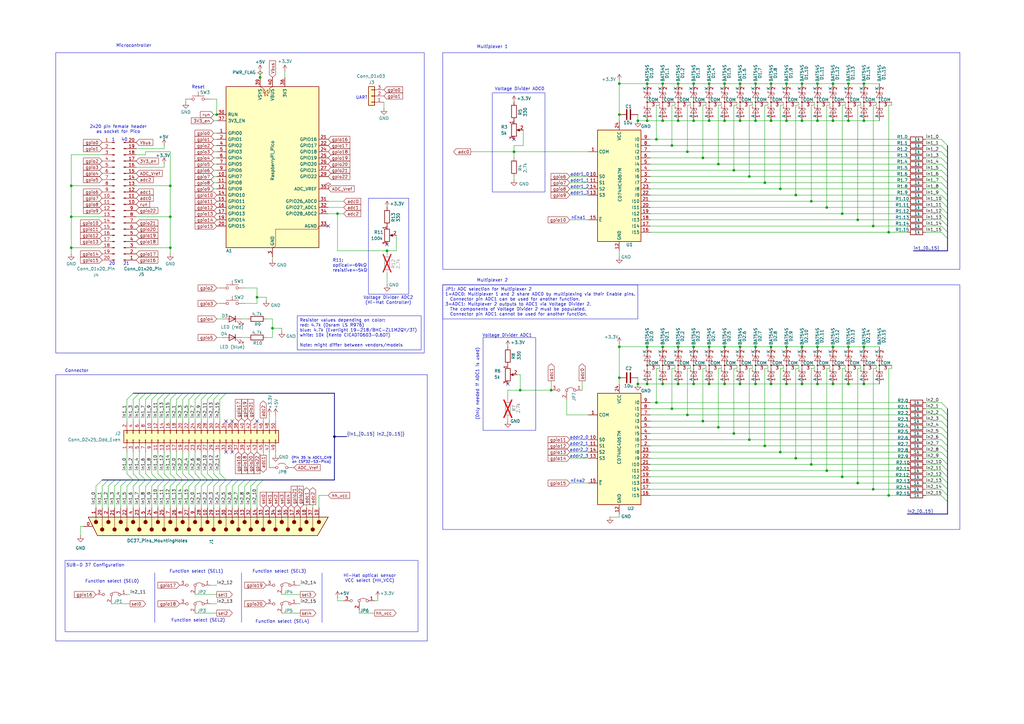
<source format=kicad_sch>
(kicad_sch (version 20250114) (generator "eeschema") (generator_version "9.0")
  (paper "A3")
  (title_block (title "EavesDrum") (date "2025-06-19") (rev "${VERSION}") (company "${AUTHOR}"))
  (rectangle (start 201.93 38.1) (end 223.52 78.74))
  (rectangle (start 181.61 116.84) (end 393.7 217.17))
  (rectangle (start 181.61 21.59) (end 393.7 110.49))
  (rectangle (start 63.5 234.95) (end 63.5 255.27))
  (rectangle (start 198.12 138.43) (end 219.71 176.53))
  (rectangle (start 151.13 81.28) (end 167.64 120.65))
  (rectangle (start 132.08 234.95) (end 132.08 255.27))
  (rectangle (start 26.67 229.87) (end 171.45 259.08))
  (rectangle (start 99.06 234.95) (end 99.06 255.27))
  (rectangle (start 22.86 21.59) (end 173.99 144.78))
  (rectangle (start 22.86 153.67) (end 175.26 262.89))
  (text "1" (at 46.482 57.404 0) (effects (font (size 1.27 1.27))))
  (text "Microcontroller" (at 54.864 18.796 0) (effects (font (size 1.27 1.27))))
  (text "Multiplexer 2" (at 201.93 115.062 0) (effects (font (size 1.27 1.27))))
  (text "R11:\noptical=~69kΩ\nresistive=~5kΩ" (at 136.398 108.966 0) (effects (font (size 1.27 1.27)) (justify left)))
  (text "Function select (SEL3)" (at 114.554 234.442 0) (effects (font (size 1.27 1.27))))
  (text "addr2_0" (at 237.49 179.578 0) (effects (font (size 1.27 1.27))))
  (text "addr2_3" (at 237.49 187.198 0) (effects (font (size 1.27 1.27))))
  (text "addr2_1" (at 237.49 182.118 0) (effects (font (size 1.27 1.27))))
  (text "Connector" (at 31.496 152.146 0) (effects (font (size 1.27 1.27))))
  (text "nEna2" (at 236.982 197.358 0) (effects (font (size 1.27 1.27))))
  (text "Function select (SEL0)" (at 45.974 238.506 0) (effects (font (size 1.27 1.27))))
  (text "UART" (at 148.336 40.132 0) (effects (font (size 1.27 1.27))))
  (text "Function select (SEL2)" (at 81.28 254.508 0) (effects (font (size 1.27 1.27))))
  (text "addr1_3" (at 237.744 79.248 0) (effects (font (size 1.27 1.27))))
  (text "SUB-D 37 Configuration" (at 39.116 231.902 0) (effects (font (size 1.27 1.27))))
  (text "21" (at 51.816 108.204 0) (effects (font (size 1.27 1.27))))
  (text "(Pin 35 is ADC1_CH9\non ESP32-S3-Pico)" (at 127.762 188.722 0) (effects (font (size 1.016 1.016))))
  (text "addr1_0" (at 237.744 71.628 0) (effects (font (size 1.27 1.27))))
  (text "Voltage Divider ADC2\n(Hi-Hat Controller)" (at 159.258 123.19 0) (effects (font (size 1.27 1.27))))
  (text "Multiplexer 1" (at 201.93 19.304 0) (effects (font (size 1.27 1.27))))
  (text "20" (at 45.974 108.204 0) (effects (font (size 1.27 1.27))))
  (text "2x20 pin female header\nas socket for Pico" (at 48.514 53.086 0) (effects (font (size 1.27 1.27))))
  (text "Voltage Divider ADC1" (at 208.026 137.668 0) (effects (font (size 1.27 1.27))))
  (text "Function select (SEL4)" (at 115.824 255.016 0) (effects (font (size 1.27 1.27))))
  (text "Voltage Divider ADC0" (at 213.106 36.576 0) (effects (font (size 1.27 1.27))))
  (text "(Only needed if ADC1 is used)" (at 195.834 157.48 90) (effects (font (size 1.27 1.27))))
  (text "Function select (SEL1)" (at 80.518 234.442 0) (effects (font (size 1.27 1.27))))
  (text "nEna1" (at 237.236 89.408 0) (effects (font (size 1.27 1.27))))
  (text "40" (at 51.054 57.404 0) (effects (font (size 1.27 1.27))))
  (text "addr1_2" (at 237.744 76.708 0) (effects (font (size 1.27 1.27))))
  (text "addr2_2" (at 237.49 184.658 0) (effects (font (size 1.27 1.27))))
  (text "addr1_1" (at 237.744 74.168 0) (effects (font (size 1.27 1.27))))
  (text "Reset" (at 81.28 35.814 0) (effects (font (size 1.27 1.27))))
  (text "Hi-Hat optical sensor\nVCC select (HH_VCC)" (at 151.638 237.236 0) (effects (font (size 1.27 1.27))))
  (text_box "Resistor values depending on color:\nred: 4.7k (Osram LS R976)\nblue: 4.7k (Everlight 19-218/BHC-ZL1M2QY/3T)\nwhite: 10k (Kento CICADT0603-0.6DT)\n\nNote: might differ between vendors/models" (at 121.92 129.54 0) (size 50.8 13.97) (margins 0.9525 0.9525 0.9525 0.9525) (effects (font (size 1.27 1.27)) (justify left top)))
  (text_box "JP1: ADC selection for Multiplexer 2\n1=ADC0: Multiplexer 1 and 2 share ADC0 by multiplexing via their Enable pins.\n  Connector pin ADC1 can be used for another function.\n3=ADC1: Multplexer 2 outputs to ADC1 via Voltage Divider 2.\n  The components of Voltage Divider 2 must be populated.\n  Connector pin ADC1 cannot be used for another function." (at 181.61 116.84 0) (size 80.01 13.97) (margins 0.9525 0.9525 0.9525 0.9525) (effects (font (size 1.27 1.27)) (justify left top)))
  (junction (at 316.23 142.24))
  (junction (at 265.43 157.48))
  (junction (at 347.98 34.29))
  (junction (at 358.14 200.66))
  (junction (at 281.94 62.23))
  (junction (at 322.58 142.24))
  (junction (at 303.53 157.48))
  (junction (at 290.83 157.48))
  (junction (at 261.62 157.48))
  (junction (at 341.63 142.24))
  (junction (at 69.85 101.6))
  (junction (at 332.74 82.55))
  (junction (at 335.28 49.53))
  (junction (at 269.24 57.15))
  (junction (at 271.78 142.24))
  (junction (at 358.14 92.71))
  (junction (at 275.59 59.69))
  (junction (at 288.29 64.77))
  (junction (at 297.18 157.48))
  (junction (at 354.33 142.24))
  (junction (at 328.93 34.29))
  (junction (at 254 142.24))
  (junction (at 265.43 142.24))
  (junction (at 339.09 193.04))
  (junction (at 290.83 49.53))
  (junction (at 309.88 157.48))
  (junction (at 345.44 87.63))
  (junction (at 364.49 95.25))
  (junction (at 69.85 88.9))
  (junction (at 322.58 34.29))
  (junction (at 29.21 88.9))
  (junction (at 341.63 157.48))
  (junction (at 29.21 101.6))
  (junction (at 354.33 49.53))
  (junction (at 271.78 157.48))
  (junction (at 226.06 160.02))
  (junction (at 309.88 49.53))
  (junction (at 271.78 49.53))
  (junction (at 316.23 49.53))
  (junction (at 138.43 87.63))
  (junction (at 111.76 134.62))
  (junction (at 88.9 46.99))
  (junction (at 278.13 157.48))
  (junction (at 271.78 34.29))
  (junction (at 294.64 67.31))
  (junction (at 354.33 157.48))
  (junction (at 278.13 34.29))
  (junction (at 332.74 190.5))
  (junction (at 303.53 142.24))
  (junction (at 320.04 185.42))
  (junction (at 354.33 34.29))
  (junction (at 326.39 187.96))
  (junction (at 316.23 34.29))
  (junction (at 300.99 69.85))
  (junction (at 309.88 34.29))
  (junction (at 335.28 142.24))
  (junction (at 351.79 90.17))
  (junction (at 69.85 76.2))
  (junction (at 313.69 74.93))
  (junction (at 297.18 34.29))
  (junction (at 303.53 49.53))
  (junction (at 307.34 72.39))
  (junction (at 347.98 157.48))
  (junction (at 351.79 198.12))
  (junction (at 313.69 182.88))
  (junction (at 105.41 121.92))
  (junction (at 288.29 172.72))
  (junction (at 309.88 142.24))
  (junction (at 213.36 160.02))
  (junction (at 297.18 142.24))
  (junction (at 300.99 177.8))
  (junction (at 284.48 142.24))
  (junction (at 345.44 195.58))
  (junction (at 322.58 157.48))
  (junction (at 265.43 34.29))
  (junction (at 364.49 203.2))
  (junction (at 281.94 170.18))
  (junction (at 29.21 76.2))
  (junction (at 275.59 167.64))
  (junction (at 322.58 49.53))
  (junction (at 278.13 49.53))
  (junction (at 137.16 179.07))
  (junction (at 290.83 34.29))
  (junction (at 307.34 180.34))
  (junction (at 347.98 49.53))
  (junction (at 328.93 142.24))
  (junction (at 297.18 49.53))
  (junction (at 254 46.99))
  (junction (at 316.23 157.48))
  (junction (at 254 34.29))
  (junction (at 320.04 77.47))
  (junction (at 106.68 31.75))
  (junction (at 158.75 102.87))
  (junction (at 284.48 34.29))
  (junction (at 335.28 157.48))
  (junction (at 284.48 157.48))
  (junction (at 278.13 142.24))
  (junction (at 328.93 157.48))
  (junction (at 261.62 49.53))
  (junction (at 284.48 49.53))
  (junction (at 335.28 34.29))
  (junction (at 265.43 49.53))
  (junction (at 294.64 175.26))
  (junction (at 254 154.94))
  (junction (at 210.82 62.23))
  (junction (at 290.83 142.24))
  (junction (at 269.24 165.1))
  (junction (at 347.98 142.24))
  (junction (at 326.39 80.01))
  (junction (at 341.63 49.53))
  (junction (at 328.93 49.53))
  (junction (at 303.53 34.29))
  (junction (at 341.63 34.29))
  (junction (at 339.09 85.09))
  (no_connect (at 95.25 185.42))
  (no_connect (at 105.41 172.72))
  (no_connect (at 92.71 172.72))
  (no_connect (at 92.71 185.42))
  (no_connect (at 210.82 57.15))
  (no_connect (at 158.75 100.33))
  (no_connect (at 208.28 157.48))
  (no_connect (at 95.25 172.72))
  (no_connect (at 134.62 92.71))
  (bus_entry (at 388.62 175.26) (size -2.54 -2.54))
  (bus_entry (at 388.62 74.93) (size -2.54 -2.54))
  (bus_entry (at 74.93 196.85) (size -2.54 2.54))
  (bus_entry (at 388.62 182.88) (size -2.54 -2.54))
  (bus_entry (at 388.62 185.42) (size -2.54 -2.54))
  (bus_entry (at 388.62 69.85) (size -2.54 -2.54))
  (bus_entry (at 388.62 193.04) (size -2.54 -2.54))
  (bus_entry (at 388.62 177.8) (size -2.54 -2.54))
  (bus_entry (at 85.09 161.29) (size -2.54 2.54))
  (bus_entry (at 388.62 72.39) (size -2.54 -2.54))
  (bus_entry (at 388.62 64.77) (size -2.54 -2.54))
  (bus_entry (at 85.09 196.85) (size -2.54 2.54))
  (bus_entry (at 388.62 195.58) (size -2.54 -2.54))
  (bus_entry (at 62.23 196.85) (size -2.54 2.54))
  (bus_entry (at 388.62 67.31) (size -2.54 -2.54))
  (bus_entry (at 388.62 205.74) (size -2.54 -2.54))
  (bus_entry (at 388.62 80.01) (size -2.54 -2.54))
  (bus_entry (at 46.99 196.85) (size -2.54 2.54))
  (bus_entry (at 69.85 196.85) (size -2.54 -2.54))
  (bus_entry (at 62.23 196.85) (size -2.54 -2.54))
  (bus_entry (at 54.61 196.85) (size -2.54 -2.54))
  (bus_entry (at 388.62 97.79) (size -2.54 -2.54))
  (bus_entry (at 388.62 180.34) (size -2.54 -2.54))
  (bus_entry (at 49.53 196.85) (size -2.54 2.54))
  (bus_entry (at 41.91 196.85) (size -2.54 2.54))
  (bus_entry (at 44.45 196.85) (size -2.54 2.54))
  (bus_entry (at 105.41 196.85) (size -2.54 2.54))
  (bus_entry (at 388.62 198.12) (size -2.54 -2.54))
  (bus_entry (at 87.63 196.85) (size -2.54 2.54))
  (bus_entry (at 388.62 92.71) (size -2.54 -2.54))
  (bus_entry (at 92.71 196.85) (size -2.54 2.54))
  (bus_entry (at 77.47 161.29) (size -2.54 2.54))
  (bus_entry (at 54.61 161.29) (size -2.54 2.54))
  (bus_entry (at 388.62 190.5) (size -2.54 -2.54))
  (bus_entry (at 90.17 196.85) (size -2.54 2.54))
  (bus_entry (at 59.69 196.85) (size -2.54 2.54))
  (bus_entry (at 72.39 161.29) (size -2.54 2.54))
  (bus_entry (at 67.31 196.85) (size -2.54 -2.54))
  (bus_entry (at 92.71 161.29) (size -2.54 2.54))
  (bus_entry (at 102.87 196.85) (size -2.54 2.54))
  (bus_entry (at 59.69 161.29) (size -2.54 2.54))
  (bus_entry (at 69.85 161.29) (size -2.54 2.54))
  (bus_entry (at 388.62 77.47) (size -2.54 -2.54))
  (bus_entry (at 388.62 90.17) (size -2.54 -2.54))
  (bus_entry (at 54.61 196.85) (size -2.54 2.54))
  (bus_entry (at 69.85 196.85) (size -2.54 2.54))
  (bus_entry (at 72.39 196.85) (size -2.54 2.54))
  (bus_entry (at 59.69 196.85) (size -2.54 -2.54))
  (bus_entry (at 107.95 196.85) (size -2.54 2.54))
  (bus_entry (at 90.17 196.85) (size -2.54 -2.54))
  (bus_entry (at 64.77 196.85) (size -2.54 2.54))
  (bus_entry (at 95.25 196.85) (size -2.54 2.54))
  (bus_entry (at 388.62 82.55) (size -2.54 -2.54))
  (bus_entry (at 90.17 161.29) (size -2.54 2.54))
  (bus_entry (at 388.62 203.2) (size -2.54 -2.54))
  (bus_entry (at 97.79 196.85) (size -2.54 2.54))
  (bus_entry (at 57.15 161.29) (size -2.54 2.54))
  (bus_entry (at 82.55 161.29) (size -2.54 2.54))
  (bus_entry (at 388.62 167.64) (size -2.54 -2.54))
  (bus_entry (at 62.23 161.29) (size -2.54 2.54))
  (bus_entry (at 388.62 95.25) (size -2.54 -2.54))
  (bus_entry (at 388.62 172.72) (size -2.54 -2.54))
  (bus_entry (at 388.62 62.23) (size -2.54 -2.54))
  (bus_entry (at 388.62 200.66) (size -2.54 -2.54))
  (bus_entry (at 57.15 196.85) (size -2.54 -2.54))
  (bus_entry (at 388.62 85.09) (size -2.54 -2.54))
  (bus_entry (at 52.07 196.85) (size -2.54 2.54))
  (bus_entry (at 77.47 196.85) (size -2.54 -2.54))
  (bus_entry (at 64.77 161.29) (size -2.54 2.54))
  (bus_entry (at 80.01 196.85) (size -2.54 -2.54))
  (bus_entry (at 72.39 196.85) (size -2.54 -2.54))
  (bus_entry (at 388.62 187.96) (size -2.54 -2.54))
  (bus_entry (at 388.62 59.69) (size -2.54 -2.54))
  (bus_entry (at 82.55 196.85) (size -2.54 -2.54))
  (bus_entry (at 85.09 196.85) (size -2.54 -2.54))
  (bus_entry (at 67.31 161.29) (size -2.54 2.54))
  (bus_entry (at 74.93 196.85) (size -2.54 -2.54))
  (bus_entry (at 100.33 196.85) (size -2.54 2.54))
  (bus_entry (at 82.55 196.85) (size -2.54 2.54))
  (bus_entry (at 77.47 196.85) (size -2.54 2.54))
  (bus_entry (at 388.62 87.63) (size -2.54 -2.54))
  (bus_entry (at 57.15 196.85) (size -2.54 2.54))
  (bus_entry (at 87.63 161.29) (size -2.54 2.54))
  (bus_entry (at 67.31 196.85) (size -2.54 2.54))
  (bus_entry (at 87.63 196.85) (size -2.54 -2.54))
  (bus_entry (at 80.01 196.85) (size -2.54 2.54))
  (bus_entry (at 92.71 196.85) (size -2.54 -2.54))
  (bus_entry (at 74.93 161.29) (size -2.54 2.54))
  (bus_entry (at 80.01 161.29) (size -2.54 2.54))
  (bus_entry (at 64.77 196.85) (size -2.54 -2.54))
  (bus_entry (at 388.62 170.18) (size -2.54 -2.54))
  (wire (pts (xy 266.7 198.12) (xy 351.79 198.12)))
  (wire (pts (xy 86.36 240.03) (xy 88.9 240.03)))
  (wire (pts (xy 320.04 151.13) (xy 321.31 151.13)))
  (bus (pts (xy 137.16 161.29) (xy 137.16 179.07)))
  (wire (pts (xy 307.34 72.39) (xy 372.11 72.39)))
  (wire (pts (xy 379.73 190.5) (xy 386.08 190.5)))
  (wire (pts (xy 341.63 34.29) (xy 347.98 34.29)))
  (wire (pts (xy 208.28 171.45) (xy 208.28 172.72)))
  (wire (pts (xy 254 212.09) (xy 250.19 212.09)))
  (bus (pts (xy 57.15 161.29) (xy 59.69 161.29)))
  (wire (pts (xy 80.01 163.83) (xy 80.01 172.72)))
  (wire (pts (xy 341.63 157.48) (xy 347.98 157.48)))
  (wire (pts (xy 308.61 41.91) (xy 308.61 43.18)))
  (wire (pts (xy 90.17 163.83) (xy 90.17 172.72)))
  (wire (pts (xy 275.59 43.18) (xy 276.86 43.18)))
  (wire (pts (xy 74.93 185.42) (xy 74.93 194.31)))
  (wire (pts (xy 77.47 163.83) (xy 77.47 172.72)))
  (wire (pts (xy 339.09 85.09) (xy 372.11 85.09)))
  (bus (pts (xy 388.62 97.79) (xy 388.62 102.87)))
  (wire (pts (xy 266.7 180.34) (xy 307.34 180.34)))
  (wire (pts (xy 33.02 215.9) (xy 33.02 219.71)))
  (wire (pts (xy 115.57 251.46) (xy 123.19 251.46)))
  (wire (pts (xy 269.24 43.18) (xy 269.24 57.15)))
  (wire (pts (xy 107.95 185.42) (xy 107.95 186.69)))
  (wire (pts (xy 266.7 62.23) (xy 281.94 62.23)))
  (wire (pts (xy 90.17 185.42) (xy 90.17 194.31)))
  (wire (pts (xy 300.99 177.8) (xy 372.11 177.8)))
  (wire (pts (xy 345.44 195.58) (xy 372.11 195.58)))
  (wire (pts (xy 265.43 157.48) (xy 271.78 157.48)))
  (wire (pts (xy 284.48 142.24) (xy 290.83 142.24)))
  (wire (pts (xy 335.28 157.48) (xy 341.63 157.48)))
  (wire (pts (xy 254 46.99) (xy 254 49.53)))
  (wire (pts (xy 266.7 172.72) (xy 288.29 172.72)))
  (wire (pts (xy 341.63 142.24) (xy 347.98 142.24)))
  (wire (pts (xy 85.09 185.42) (xy 85.09 194.31)))
  (wire (pts (xy 313.69 182.88) (xy 372.11 182.88)))
  (wire (pts (xy 276.86 43.18) (xy 276.86 41.91)))
  (wire (pts (xy 281.94 43.18) (xy 281.94 62.23)))
  (wire (pts (xy 288.29 151.13) (xy 289.56 151.13)))
  (bus (pts (xy 62.23 196.85) (xy 59.69 196.85)))
  (wire (pts (xy 281.94 43.18) (xy 283.21 43.18)))
  (wire (pts (xy 295.91 43.18) (xy 295.91 41.91)))
  (wire (pts (xy 59.69 199.39) (xy 59.69 208.28)))
  (bus (pts (xy 388.62 170.18) (xy 388.62 167.64)))
  (bus (pts (xy 388.62 203.2) (xy 388.62 200.66)))
  (wire (pts (xy 334.01 149.86) (xy 334.01 151.13)))
  (wire (pts (xy 266.7 82.55) (xy 332.74 82.55)))
  (wire (pts (xy 379.73 195.58) (xy 386.08 195.58)))
  (wire (pts (xy 332.74 190.5) (xy 372.11 190.5)))
  (wire (pts (xy 270.51 43.18) (xy 270.51 41.91)))
  (wire (pts (xy 288.29 43.18) (xy 289.56 43.18)))
  (wire (pts (xy 379.73 175.26) (xy 386.08 175.26)))
  (wire (pts (xy 271.78 142.24) (xy 278.13 142.24)))
  (wire (pts (xy 233.68 80.01) (xy 241.3 80.01)))
  (bus (pts (xy 82.55 161.29) (xy 85.09 161.29)))
  (wire (pts (xy 210.82 59.69) (xy 210.82 62.23)))
  (wire (pts (xy 354.33 157.48) (xy 360.68 157.48)))
  (wire (pts (xy 290.83 142.24) (xy 297.18 142.24)))
  (wire (pts (xy 110.49 170.18) (xy 110.49 172.72)))
  (wire (pts (xy 157.48 44.45) (xy 157.48 41.91)))
  (wire (pts (xy 76.2 40.64) (xy 76.2 41.91)))
  (wire (pts (xy 64.77 163.83) (xy 64.77 172.72)))
  (wire (pts (xy 29.21 63.5) (xy 29.21 76.2)))
  (wire (pts (xy 351.79 198.12) (xy 372.11 198.12)))
  (wire (pts (xy 55.88 101.6) (xy 69.85 101.6)))
  (wire (pts (xy 379.73 198.12) (xy 386.08 198.12)))
  (wire (pts (xy 138.43 246.38) (xy 140.97 246.38)))
  (wire (pts (xy 309.88 49.53) (xy 316.23 49.53)))
  (wire (pts (xy 379.73 182.88) (xy 386.08 182.88)))
  (bus (pts (xy 388.62 62.23) (xy 388.62 59.69)))
  (wire (pts (xy 278.13 142.24) (xy 284.48 142.24)))
  (wire (pts (xy 134.62 82.55) (xy 140.97 82.55)))
  (bus (pts (xy 388.62 97.79) (xy 388.62 95.25)))
  (bus (pts (xy 388.62 85.09) (xy 388.62 87.63)))
  (wire (pts (xy 303.53 49.53) (xy 309.88 49.53)))
  (wire (pts (xy 134.62 85.09) (xy 140.97 85.09)))
  (wire (pts (xy 365.76 43.18) (xy 364.49 43.18)))
  (wire (pts (xy 87.63 64.77) (xy 88.9 64.77)))
  (wire (pts (xy 59.69 63.5) (xy 55.88 63.5)))
  (wire (pts (xy 354.33 142.24) (xy 360.68 142.24)))
  (wire (pts (xy 332.74 43.18) (xy 332.74 82.55)))
  (wire (pts (xy 261.62 49.53) (xy 265.43 49.53)))
  (wire (pts (xy 233.68 198.12) (xy 241.3 198.12)))
  (wire (pts (xy 308.61 149.86) (xy 308.61 151.13)))
  (wire (pts (xy 266.7 59.69) (xy 275.59 59.69)))
  (wire (pts (xy 283.21 43.18) (xy 283.21 41.91)))
  (wire (pts (xy 365.76 149.86) (xy 365.76 151.13)))
  (wire (pts (xy 265.43 142.24) (xy 271.78 142.24)))
  (wire (pts (xy 347.98 142.24) (xy 354.33 142.24)))
  (wire (pts (xy 87.63 59.69) (xy 88.9 59.69)))
  (wire (pts (xy 379.73 170.18) (xy 386.08 170.18)))
  (wire (pts (xy 67.31 68.58) (xy 67.31 67.31)))
  (wire (pts (xy 332.74 43.18) (xy 334.01 43.18)))
  (wire (pts (xy 99.06 138.43) (xy 101.6 138.43)))
  (wire (pts (xy 326.39 80.01) (xy 372.11 80.01)))
  (wire (pts (xy 67.31 163.83) (xy 67.31 172.72)))
  (bus (pts (xy 69.85 161.29) (xy 72.39 161.29)))
  (wire (pts (xy 57.15 199.39) (xy 57.15 208.28)))
  (wire (pts (xy 283.21 151.13) (xy 283.21 149.86)))
  (wire (pts (xy 326.39 151.13) (xy 327.66 151.13)))
  (wire (pts (xy 307.34 151.13) (xy 307.34 180.34)))
  (wire (pts (xy 80.01 185.42) (xy 80.01 194.31)))
  (wire (pts (xy 67.31 185.42) (xy 67.31 194.31)))
  (wire (pts (xy 233.68 185.42) (xy 241.3 185.42)))
  (wire (pts (xy 379.73 72.39) (xy 386.08 72.39)))
  (wire (pts (xy 72.39 199.39) (xy 72.39 208.28)))
  (wire (pts (xy 121.92 240.03) (xy 123.19 240.03)))
  (wire (pts (xy 254 142.24) (xy 254 154.94)))
  (wire (pts (xy 254 210.82) (xy 254 212.09)))
  (wire (pts (xy 64.77 199.39) (xy 64.77 208.28)))
  (wire (pts (xy 266.7 185.42) (xy 320.04 185.42)))
  (wire (pts (xy 87.63 69.85) (xy 88.9 69.85)))
  (wire (pts (xy 233.68 77.47) (xy 241.3 77.47)))
  (wire (pts (xy 147.32 251.46) (xy 147.32 250.19)))
  (wire (pts (xy 364.49 151.13) (xy 364.49 203.2)))
  (wire (pts (xy 100.33 118.11) (xy 105.41 118.11)))
  (wire (pts (xy 294.64 151.13) (xy 294.64 175.26)))
  (wire (pts (xy 300.99 69.85) (xy 372.11 69.85)))
  (wire (pts (xy 29.21 101.6) (xy 29.21 104.14)))
  (wire (pts (xy 297.18 34.29) (xy 303.53 34.29)))
  (wire (pts (xy 379.73 187.96) (xy 386.08 187.96)))
  (wire (pts (xy 278.13 49.53) (xy 284.48 49.53)))
  (wire (pts (xy 288.29 172.72) (xy 372.11 172.72)))
  (wire (pts (xy 281.94 151.13) (xy 281.94 170.18)))
  (wire (pts (xy 326.39 43.18) (xy 326.39 80.01)))
  (wire (pts (xy 303.53 142.24) (xy 309.88 142.24)))
  (bus (pts (xy 372.11 210.82) (xy 388.62 210.82)))
  (wire (pts (xy 269.24 43.18) (xy 270.51 43.18)))
  (wire (pts (xy 351.79 151.13) (xy 353.06 151.13)))
  (wire (pts (xy 335.28 34.29) (xy 341.63 34.29)))
  (wire (pts (xy 379.73 59.69) (xy 386.08 59.69)))
  (wire (pts (xy 232.41 170.18) (xy 241.3 170.18)))
  (wire (pts (xy 326.39 151.13) (xy 326.39 187.96)))
  (bus (pts (xy 49.53 196.85) (xy 52.07 196.85)))
  (wire (pts (xy 326.39 43.18) (xy 327.66 43.18)))
  (wire (pts (xy 130.81 203.2) (xy 130.81 208.28)))
  (wire (pts (xy 69.85 199.39) (xy 69.85 208.28)))
  (wire (pts (xy 121.92 247.65) (xy 123.19 247.65)))
  (wire (pts (xy 328.93 34.29) (xy 335.28 34.29)))
  (wire (pts (xy 115.57 243.84) (xy 123.19 243.84)))
  (wire (pts (xy 314.96 41.91) (xy 314.96 43.18)))
  (wire (pts (xy 320.04 43.18) (xy 320.04 77.47)))
  (wire (pts (xy 347.98 49.53) (xy 354.33 49.53)))
  (wire (pts (xy 74.93 199.39) (xy 74.93 208.28)))
  (wire (pts (xy 138.43 87.63) (xy 138.43 102.87)))
  (wire (pts (xy 238.76 156.21) (xy 238.76 160.02)))
  (wire (pts (xy 111.76 105.41) (xy 111.76 106.68)))
  (wire (pts (xy 278.13 34.29) (xy 284.48 34.29)))
  (wire (pts (xy 109.22 121.92) (xy 109.22 123.19)))
  (wire (pts (xy 284.48 34.29) (xy 290.83 34.29)))
  (bus (pts (xy 388.62 172.72) (xy 388.62 170.18)))
  (wire (pts (xy 134.62 87.63) (xy 138.43 87.63)))
  (bus (pts (xy 92.71 196.85) (xy 95.25 196.85)))
  (wire (pts (xy 88.9 40.64) (xy 88.9 46.99)))
  (wire (pts (xy 86.36 40.64) (xy 88.9 40.64)))
  (wire (pts (xy 379.73 64.77) (xy 386.08 64.77)))
  (wire (pts (xy 307.34 151.13) (xy 308.61 151.13)))
  (wire (pts (xy 72.39 163.83) (xy 72.39 172.72)))
  (wire (pts (xy 358.14 43.18) (xy 359.41 43.18)))
  (bus (pts (xy 388.62 203.2) (xy 388.62 205.74)))
  (wire (pts (xy 320.04 151.13) (xy 320.04 185.42)))
  (wire (pts (xy 271.78 157.48) (xy 278.13 157.48)))
  (wire (pts (xy 265.43 34.29) (xy 271.78 34.29)))
  (wire (pts (xy 138.43 245.11) (xy 138.43 246.38)))
  (bus (pts (xy 69.85 196.85) (xy 67.31 196.85)))
  (wire (pts (xy 214.63 59.69) (xy 210.82 59.69)))
  (wire (pts (xy 100.33 124.46) (xy 105.41 124.46)))
  (bus (pts (xy 388.62 67.31) (xy 388.62 64.77)))
  (wire (pts (xy 332.74 82.55) (xy 372.11 82.55)))
  (bus (pts (xy 80.01 196.85) (xy 82.55 196.85)))
  (bus (pts (xy 388.62 200.66) (xy 388.62 198.12)))
  (wire (pts (xy 233.68 180.34) (xy 241.3 180.34)))
  (wire (pts (xy 100.33 199.39) (xy 100.33 208.28)))
  (wire (pts (xy 266.7 92.71) (xy 358.14 92.71)))
  (wire (pts (xy 302.26 41.91) (xy 302.26 43.18)))
  (wire (pts (xy 52.07 185.42) (xy 52.07 194.31)))
  (wire (pts (xy 87.63 57.15) (xy 88.9 57.15)))
  (bus (pts (xy 388.62 69.85) (xy 388.62 72.39)))
  (wire (pts (xy 46.99 199.39) (xy 46.99 208.28)))
  (wire (pts (xy 379.73 180.34) (xy 386.08 180.34)))
  (wire (pts (xy 87.63 74.93) (xy 88.9 74.93)))
  (bus (pts (xy 388.62 177.8) (xy 388.62 175.26)))
  (wire (pts (xy 62.23 185.42) (xy 62.23 194.31)))
  (wire (pts (xy 379.73 177.8) (xy 386.08 177.8)))
  (wire (pts (xy 52.07 163.83) (xy 52.07 172.72)))
  (bus (pts (xy 64.77 161.29) (xy 67.31 161.29)))
  (wire (pts (xy 29.21 76.2) (xy 29.21 88.9)))
  (wire (pts (xy 364.49 43.18) (xy 364.49 95.25)))
  (bus (pts (xy 74.93 196.85) (xy 72.39 196.85)))
  (wire (pts (xy 275.59 43.18) (xy 275.59 59.69)))
  (wire (pts (xy 138.43 102.87) (xy 158.75 102.87)))
  (bus (pts (xy 46.99 196.85) (xy 49.53 196.85)))
  (bus (pts (xy 95.25 196.85) (xy 97.79 196.85)))
  (wire (pts (xy 294.64 151.13) (xy 295.91 151.13)))
  (wire (pts (xy 41.91 101.6) (xy 29.21 101.6)))
  (wire (pts (xy 303.53 34.29) (xy 309.88 34.29)))
  (wire (pts (xy 351.79 43.18) (xy 353.06 43.18)))
  (wire (pts (xy 59.69 62.23) (xy 69.85 62.23)))
  (wire (pts (xy 269.24 151.13) (xy 269.24 165.1)))
  (wire (pts (xy 347.98 34.29) (xy 354.33 34.29)))
  (wire (pts (xy 49.53 199.39) (xy 49.53 208.28)))
  (wire (pts (xy 113.03 170.18) (xy 113.03 172.72)))
  (bus (pts (xy 87.63 161.29) (xy 90.17 161.29)))
  (wire (pts (xy 266.7 200.66) (xy 358.14 200.66)))
  (wire (pts (xy 162.56 102.87) (xy 158.75 102.87)))
  (wire (pts (xy 379.73 165.1) (xy 386.08 165.1)))
  (wire (pts (xy 266.7 95.25) (xy 364.49 95.25)))
  (wire (pts (xy 345.44 43.18) (xy 346.71 43.18)))
  (wire (pts (xy 85.09 163.83) (xy 85.09 172.72)))
  (wire (pts (xy 334.01 41.91) (xy 334.01 43.18)))
  (wire (pts (xy 266.7 72.39) (xy 307.34 72.39)))
  (wire (pts (xy 297.18 157.48) (xy 303.53 157.48)))
  (bus (pts (xy 105.41 196.85) (xy 107.95 196.85)))
  (wire (pts (xy 88.9 118.11) (xy 90.17 118.11)))
  (wire (pts (xy 300.99 43.18) (xy 300.99 69.85)))
  (wire (pts (xy 309.88 34.29) (xy 316.23 34.29)))
  (wire (pts (xy 92.71 199.39) (xy 92.71 208.28)))
  (bus (pts (xy 388.62 95.25) (xy 388.62 92.71)))
  (wire (pts (xy 44.45 199.39) (xy 44.45 208.28)))
  (wire (pts (xy 358.14 43.18) (xy 358.14 92.71)))
  (wire (pts (xy 88.9 130.81) (xy 91.44 130.81)))
  (wire (pts (xy 261.62 157.48) (xy 265.43 157.48)))
  (wire (pts (xy 307.34 43.18) (xy 308.61 43.18)))
  (wire (pts (xy 364.49 203.2) (xy 372.11 203.2)))
  (wire (pts (xy 52.07 243.84) (xy 53.34 243.84)))
  (wire (pts (xy 254 33.02) (xy 254 34.29)))
  (wire (pts (xy 271.78 34.29) (xy 278.13 34.29)))
  (wire (pts (xy 340.36 149.86) (xy 340.36 151.13)))
  (wire (pts (xy 57.15 163.83) (xy 57.15 172.72)))
  (wire (pts (xy 288.29 151.13) (xy 288.29 172.72)))
  (wire (pts (xy 290.83 157.48) (xy 297.18 157.48)))
  (wire (pts (xy 275.59 167.64) (xy 372.11 167.64)))
  (wire (pts (xy 111.76 134.62) (xy 111.76 138.43)))
  (wire (pts (xy 339.09 43.18) (xy 340.36 43.18)))
  (wire (pts (xy 281.94 62.23) (xy 372.11 62.23)))
  (wire (pts (xy 41.91 199.39) (xy 41.91 208.28)))
  (wire (pts (xy 289.56 43.18) (xy 289.56 41.91)))
  (bus (pts (xy 77.47 196.85) (xy 74.93 196.85)))
  (wire (pts (xy 115.57 134.62) (xy 115.57 135.89)))
  (wire (pts (xy 233.68 187.96) (xy 241.3 187.96)))
  (bus (pts (xy 62.23 161.29) (xy 64.77 161.29)))
  (bus (pts (xy 374.65 102.87) (xy 388.62 102.87)))
  (wire (pts (xy 313.69 151.13) (xy 313.69 182.88)))
  (wire (pts (xy 358.14 151.13) (xy 358.14 200.66)))
  (wire (pts (xy 335.28 142.24) (xy 341.63 142.24)))
  (wire (pts (xy 95.25 199.39) (xy 95.25 208.28)))
  (wire (pts (xy 379.73 80.01) (xy 386.08 80.01)))
  (bus (pts (xy 92.71 161.29) (xy 137.16 161.29)))
  (wire (pts (xy 354.33 34.29) (xy 360.68 34.29)))
  (bus (pts (xy 57.15 196.85) (xy 54.61 196.85)))
  (bus (pts (xy 388.62 198.12) (xy 388.62 195.58)))
  (wire (pts (xy 365.76 151.13) (xy 364.49 151.13)))
  (wire (pts (xy 97.79 199.39) (xy 97.79 208.28)))
  (wire (pts (xy 212.09 153.67) (xy 213.36 153.67)))
  (wire (pts (xy 210.82 72.39) (xy 210.82 73.66)))
  (wire (pts (xy 379.73 92.71) (xy 386.08 92.71)))
  (wire (pts (xy 214.63 53.34) (xy 214.63 59.69)))
  (bus (pts (xy 72.39 161.29) (xy 74.93 161.29)))
  (wire (pts (xy 193.04 62.23) (xy 210.82 62.23)))
  (bus (pts (xy 41.91 196.85) (xy 44.45 196.85)))
  (wire (pts (xy 87.63 77.47) (xy 88.9 77.47)))
  (wire (pts (xy 87.63 67.31) (xy 88.9 67.31)))
  (bus (pts (xy 137.16 179.07) (xy 137.16 196.85)))
  (wire (pts (xy 105.41 121.92) (xy 109.22 121.92)))
  (wire (pts (xy 208.28 160.02) (xy 213.36 160.02)))
  (wire (pts (xy 64.77 185.42) (xy 64.77 194.31)))
  (bus (pts (xy 388.62 72.39) (xy 388.62 74.93)))
  (bus (pts (xy 52.07 196.85) (xy 54.61 196.85)))
  (wire (pts (xy 261.62 154.94) (xy 261.62 157.48)))
  (wire (pts (xy 294.64 175.26) (xy 372.11 175.26)))
  (wire (pts (xy 158.75 102.87) (xy 158.75 104.14)))
  (bus (pts (xy 107.95 196.85) (xy 137.16 196.85)))
  (wire (pts (xy 281.94 170.18) (xy 372.11 170.18)))
  (wire (pts (xy 69.85 62.23) (xy 69.85 76.2)))
  (wire (pts (xy 87.63 46.99) (xy 88.9 46.99)))
  (wire (pts (xy 335.28 49.53) (xy 341.63 49.53)))
  (wire (pts (xy 41.91 88.9) (xy 29.21 88.9)))
  (wire (pts (xy 39.37 199.39) (xy 39.37 208.28)))
  (wire (pts (xy 314.96 149.86) (xy 314.96 151.13)))
  (wire (pts (xy 322.58 49.53) (xy 328.93 49.53)))
  (wire (pts (xy 233.68 74.93) (xy 241.3 74.93)))
  (wire (pts (xy 87.63 49.53) (xy 88.9 49.53)))
  (wire (pts (xy 266.7 80.01) (xy 326.39 80.01)))
  (wire (pts (xy 309.88 142.24) (xy 316.23 142.24)))
  (wire (pts (xy 208.28 160.02) (xy 208.28 163.83)))
  (wire (pts (xy 353.06 41.91) (xy 353.06 43.18)))
  (bus (pts (xy 80.01 161.29) (xy 82.55 161.29)))
  (wire (pts (xy 106.68 29.21) (xy 106.68 31.75)))
  (wire (pts (xy 266.7 74.93) (xy 313.69 74.93)))
  (wire (pts (xy 213.36 153.67) (xy 213.36 160.02)))
  (wire (pts (xy 288.29 43.18) (xy 288.29 64.77)))
  (wire (pts (xy 320.04 77.47) (xy 372.11 77.47)))
  (wire (pts (xy 302.26 149.86) (xy 302.26 151.13)))
  (wire (pts (xy 290.83 34.29) (xy 297.18 34.29)))
  (wire (pts (xy 90.17 199.39) (xy 90.17 208.28)))
  (bus (pts (xy 388.62 69.85) (xy 388.62 67.31)))
  (wire (pts (xy 254 142.24) (xy 265.43 142.24)))
  (wire (pts (xy 86.36 247.65) (xy 88.9 247.65)))
  (wire (pts (xy 339.09 193.04) (xy 372.11 193.04)))
  (wire (pts (xy 115.57 134.62) (xy 111.76 134.62)))
  (wire (pts (xy 339.09 43.18) (xy 339.09 85.09)))
  (bus (pts (xy 388.62 193.04) (xy 388.62 190.5)))
  (wire (pts (xy 111.76 130.81) (xy 111.76 134.62)))
  (wire (pts (xy 275.59 151.13) (xy 276.86 151.13)))
  (wire (pts (xy 67.31 59.69) (xy 67.31 60.96)))
  (wire (pts (xy 105.41 121.92) (xy 105.41 124.46)))
  (bus (pts (xy 388.62 90.17) (xy 388.62 87.63)))
  (wire (pts (xy 358.14 92.71) (xy 372.11 92.71)))
  (wire (pts (xy 99.06 130.81) (xy 101.6 130.81)))
  (wire (pts (xy 87.63 199.39) (xy 87.63 208.28)))
  (wire (pts (xy 281.94 151.13) (xy 283.21 151.13)))
  (wire (pts (xy 271.78 49.53) (xy 278.13 49.53)))
  (wire (pts (xy 87.63 185.42) (xy 87.63 194.31)))
  (wire (pts (xy 346.71 149.86) (xy 346.71 151.13)))
  (wire (pts (xy 300.99 151.13) (xy 300.99 177.8)))
  (wire (pts (xy 379.73 69.85) (xy 386.08 69.85)))
  (wire (pts (xy 351.79 90.17) (xy 372.11 90.17)))
  (wire (pts (xy 320.04 185.42) (xy 372.11 185.42)))
  (wire (pts (xy 69.85 101.6) (xy 69.85 104.14)))
  (wire (pts (xy 254 34.29) (xy 254 46.99)))
  (wire (pts (xy 87.63 72.39) (xy 88.9 72.39)))
  (wire (pts (xy 379.73 193.04) (xy 386.08 193.04)))
  (wire (pts (xy 275.59 151.13) (xy 275.59 167.64)))
  (wire (pts (xy 41.91 63.5) (xy 29.21 63.5)))
  (wire (pts (xy 162.56 96.52) (xy 162.56 102.87)))
  (wire (pts (xy 341.63 49.53) (xy 347.98 49.53)))
  (wire (pts (xy 266.7 177.8) (xy 300.99 177.8)))
  (bus (pts (xy 388.62 185.42) (xy 388.62 187.96)))
  (wire (pts (xy 316.23 49.53) (xy 322.58 49.53)))
  (wire (pts (xy 266.7 195.58) (xy 345.44 195.58)))
  (wire (pts (xy 266.7 87.63) (xy 345.44 87.63)))
  (wire (pts (xy 128.27 207.01) (xy 128.27 208.28)))
  (bus (pts (xy 388.62 77.47) (xy 388.62 80.01)))
  (wire (pts (xy 284.48 157.48) (xy 290.83 157.48)))
  (wire (pts (xy 313.69 43.18) (xy 314.96 43.18)))
  (wire (pts (xy 77.47 185.42) (xy 77.47 194.31)))
  (bus (pts (xy 59.69 161.29) (xy 62.23 161.29)))
  (wire (pts (xy 266.7 167.64) (xy 275.59 167.64)))
  (wire (pts (xy 88.9 124.46) (xy 90.17 124.46)))
  (wire (pts (xy 379.73 57.15) (xy 386.08 57.15)))
  (wire (pts (xy 261.62 46.99) (xy 261.62 49.53)))
  (wire (pts (xy 379.73 185.42) (xy 386.08 185.42)))
  (bus (pts (xy 82.55 196.85) (xy 85.09 196.85)))
  (bus (pts (xy 59.69 196.85) (xy 57.15 196.85)))
  (wire (pts (xy 226.06 160.02) (xy 226.06 156.21)))
  (wire (pts (xy 266.7 77.47) (xy 320.04 77.47)))
  (wire (pts (xy 270.51 151.13) (xy 270.51 149.86)))
  (bus (pts (xy 388.62 187.96) (xy 388.62 190.5)))
  (wire (pts (xy 327.66 149.86) (xy 327.66 151.13)))
  (wire (pts (xy 379.73 90.17) (xy 386.08 90.17)))
  (wire (pts (xy 69.85 76.2) (xy 69.85 88.9)))
  (wire (pts (xy 54.61 185.42) (xy 54.61 194.31)))
  (bus (pts (xy 97.79 196.85) (xy 100.33 196.85)))
  (wire (pts (xy 254 140.97) (xy 254 142.24)))
  (wire (pts (xy 351.79 43.18) (xy 351.79 90.17)))
  (bus (pts (xy 90.17 196.85) (xy 92.71 196.85)))
  (wire (pts (xy 303.53 157.48) (xy 309.88 157.48)))
  (wire (pts (xy 80.01 199.39) (xy 80.01 208.28)))
  (wire (pts (xy 62.23 163.83) (xy 62.23 172.72)))
  (wire (pts (xy 254 154.94) (xy 254 157.48)))
  (wire (pts (xy 275.59 59.69) (xy 372.11 59.69)))
  (wire (pts (xy 266.7 57.15) (xy 269.24 57.15)))
  (wire (pts (xy 107.95 171.45) (xy 107.95 172.72)))
  (bus (pts (xy 90.17 161.29) (xy 92.71 161.29)))
  (wire (pts (xy 82.55 199.39) (xy 82.55 208.28)))
  (wire (pts (xy 364.49 95.25) (xy 372.11 95.25)))
  (wire (pts (xy 55.88 76.2) (xy 69.85 76.2)))
  (wire (pts (xy 327.66 41.91) (xy 327.66 43.18)))
  (wire (pts (xy 232.41 163.83) (xy 232.41 170.18)))
  (wire (pts (xy 266.7 165.1) (xy 269.24 165.1)))
  (bus (pts (xy 100.33 196.85) (xy 102.87 196.85)))
  (wire (pts (xy 339.09 151.13) (xy 340.36 151.13)))
  (wire (pts (xy 85.09 199.39) (xy 85.09 208.28)))
  (wire (pts (xy 379.73 77.47) (xy 386.08 77.47)))
  (wire (pts (xy 233.68 72.39) (xy 241.3 72.39)))
  (wire (pts (xy 379.73 203.2) (xy 386.08 203.2)))
  (wire (pts (xy 116.84 29.21) (xy 116.84 31.75)))
  (wire (pts (xy 55.88 60.96) (xy 67.31 60.96)))
  (wire (pts (xy 379.73 62.23) (xy 386.08 62.23)))
  (wire (pts (xy 365.76 41.91) (xy 365.76 43.18)))
  (wire (pts (xy 288.29 64.77) (xy 372.11 64.77)))
  (bus (pts (xy 44.45 196.85) (xy 46.99 196.85)))
  (wire (pts (xy 353.06 149.86) (xy 353.06 151.13)))
  (wire (pts (xy 77.47 199.39) (xy 77.47 208.28)))
  (wire (pts (xy 72.39 185.42) (xy 72.39 194.31)))
  (wire (pts (xy 87.63 62.23) (xy 88.9 62.23)))
  (bus (pts (xy 64.77 196.85) (xy 67.31 196.85)))
  (wire (pts (xy 266.7 69.85) (xy 300.99 69.85)))
  (bus (pts (xy 388.62 74.93) (xy 388.62 77.47)))
  (wire (pts (xy 297.18 49.53) (xy 303.53 49.53)))
  (wire (pts (xy 266.7 182.88) (xy 313.69 182.88)))
  (bus (pts (xy 102.87 196.85) (xy 105.41 196.85)))
  (wire (pts (xy 345.44 151.13) (xy 346.71 151.13)))
  (wire (pts (xy 57.15 185.42) (xy 57.15 194.31)))
  (wire (pts (xy 233.68 90.17) (xy 241.3 90.17)))
  (wire (pts (xy 82.55 163.83) (xy 82.55 172.72)))
  (wire (pts (xy 54.61 163.83) (xy 54.61 172.72)))
  (wire (pts (xy 41.91 76.2) (xy 29.21 76.2)))
  (wire (pts (xy 153.67 251.46) (xy 147.32 251.46)))
  (wire (pts (xy 266.7 187.96) (xy 326.39 187.96)))
  (wire (pts (xy 332.74 151.13) (xy 332.74 190.5)))
  (wire (pts (xy 29.21 88.9) (xy 29.21 101.6)))
  (wire (pts (xy 87.63 54.61) (xy 88.9 54.61)))
  (wire (pts (xy 266.7 64.77) (xy 288.29 64.77)))
  (wire (pts (xy 322.58 157.48) (xy 328.93 157.48)))
  (wire (pts (xy 45.72 247.65) (xy 53.34 247.65)))
  (wire (pts (xy 294.64 67.31) (xy 372.11 67.31)))
  (wire (pts (xy 113.03 185.42) (xy 113.03 186.69)))
  (wire (pts (xy 87.63 163.83) (xy 87.63 172.72)))
  (wire (pts (xy 326.39 187.96) (xy 372.11 187.96)))
  (bus (pts (xy 388.62 182.88) (xy 388.62 185.42)))
  (bus (pts (xy 388.62 175.26) (xy 388.62 172.72)))
  (bus (pts (xy 77.47 196.85) (xy 80.01 196.85)))
  (wire (pts (xy 278.13 157.48) (xy 284.48 157.48)))
  (wire (pts (xy 59.69 62.23) (xy 59.69 63.5)))
  (bus (pts (xy 54.61 161.29) (xy 57.15 161.29)))
  (wire (pts (xy 322.58 142.24) (xy 328.93 142.24)))
  (wire (pts (xy 358.14 151.13) (xy 359.41 151.13)))
  (wire (pts (xy 340.36 41.91) (xy 340.36 43.18)))
  (wire (pts (xy 59.69 185.42) (xy 59.69 194.31)))
  (wire (pts (xy 316.23 142.24) (xy 322.58 142.24)))
  (wire (pts (xy 266.7 190.5) (xy 332.74 190.5)))
  (bus (pts (xy 74.93 161.29) (xy 77.47 161.29)))
  (wire (pts (xy 269.24 165.1) (xy 372.11 165.1)))
  (wire (pts (xy 88.9 138.43) (xy 91.44 138.43)))
  (bus (pts (xy 388.62 92.71) (xy 388.62 90.17)))
  (bus (pts (xy 388.62 180.34) (xy 388.62 182.88)))
  (wire (pts (xy 379.73 67.31) (xy 386.08 67.31)))
  (wire (pts (xy 307.34 180.34) (xy 372.11 180.34)))
  (wire (pts (xy 347.98 157.48) (xy 354.33 157.48)))
  (wire (pts (xy 351.79 151.13) (xy 351.79 198.12)))
  (wire (pts (xy 379.73 74.93) (xy 386.08 74.93)))
  (wire (pts (xy 254 102.87) (xy 254 105.41)))
  (wire (pts (xy 316.23 157.48) (xy 322.58 157.48)))
  (wire (pts (xy 295.91 151.13) (xy 295.91 149.86)))
  (wire (pts (xy 134.62 203.2) (xy 130.81 203.2)))
  (bus (pts (xy 388.62 177.8) (xy 388.62 180.34)))
  (wire (pts (xy 69.85 163.83) (xy 69.85 172.72)))
  (wire (pts (xy 266.7 203.2) (xy 364.49 203.2)))
  (wire (pts (xy 359.41 149.86) (xy 359.41 151.13)))
  (wire (pts (xy 266.7 175.26) (xy 294.64 175.26)))
  (wire (pts (xy 345.44 43.18) (xy 345.44 87.63)))
  (wire (pts (xy 297.18 142.24) (xy 303.53 142.24)))
  (wire (pts (xy 54.61 199.39) (xy 54.61 208.28)))
  (wire (pts (xy 379.73 200.66) (xy 386.08 200.66)))
  (wire (pts (xy 158.75 111.76) (xy 158.75 116.84)))
  (wire (pts (xy 269.24 57.15) (xy 372.11 57.15)))
  (wire (pts (xy 313.69 74.93) (xy 372.11 74.93)))
  (wire (pts (xy 354.33 49.53) (xy 360.68 49.53)))
  (wire (pts (xy 266.7 170.18) (xy 281.94 170.18)))
  (wire (pts (xy 307.34 43.18) (xy 307.34 72.39)))
  (wire (pts (xy 316.23 34.29) (xy 322.58 34.29)))
  (wire (pts (xy 379.73 172.72) (xy 386.08 172.72)))
  (wire (pts (xy 210.82 62.23) (xy 241.3 62.23)))
  (wire (pts (xy 322.58 34.29) (xy 328.93 34.29)))
  (bus (pts (xy 67.31 161.29) (xy 69.85 161.29)))
  (wire (pts (xy 321.31 149.86) (xy 321.31 151.13)))
  (wire (pts (xy 379.73 82.55) (xy 386.08 82.55)))
  (wire (pts (xy 52.07 199.39) (xy 52.07 208.28)))
  (wire (pts (xy 62.23 199.39) (xy 62.23 208.28)))
  (bus (pts (xy 62.23 196.85) (xy 64.77 196.85)))
  (wire (pts (xy 309.88 157.48) (xy 316.23 157.48)))
  (wire (pts (xy 254 34.29) (xy 265.43 34.29)))
  (wire (pts (xy 59.69 163.83) (xy 59.69 172.72)))
  (bus (pts (xy 388.62 205.74) (xy 388.62 210.82)))
  (wire (pts (xy 69.85 88.9) (xy 69.85 101.6)))
  (wire (pts (xy 313.69 151.13) (xy 314.96 151.13)))
  (wire (pts (xy 55.88 68.58) (xy 67.31 68.58)))
  (wire (pts (xy 294.64 43.18) (xy 295.91 43.18)))
  (wire (pts (xy 80.01 243.84) (xy 88.9 243.84)))
  (wire (pts (xy 74.93 163.83) (xy 74.93 172.72)))
  (wire (pts (xy 154.94 246.38) (xy 154.94 245.11)))
  (wire (pts (xy 210.82 62.23) (xy 210.82 64.77)))
  (bus (pts (xy 85.09 196.85) (xy 87.63 196.85)))
  (wire (pts (xy 110.49 185.42) (xy 110.49 191.77)))
  (wire (pts (xy 105.41 118.11) (xy 105.41 121.92)))
  (wire (pts (xy 289.56 151.13) (xy 289.56 149.86)))
  (bus (pts (xy 87.63 196.85) (xy 90.17 196.85)))
  (wire (pts (xy 300.99 43.18) (xy 302.26 43.18)))
  (wire (pts (xy 266.7 67.31) (xy 294.64 67.31)))
  (wire (pts (xy 320.04 43.18) (xy 321.31 43.18)))
  (wire (pts (xy 266.7 85.09) (xy 339.09 85.09)))
  (wire (pts (xy 294.64 43.18) (xy 294.64 67.31)))
  (wire (pts (xy 300.99 151.13) (xy 302.26 151.13)))
  (wire (pts (xy 379.73 85.09) (xy 386.08 85.09)))
  (wire (pts (xy 345.44 87.63) (xy 372.11 87.63)))
  (wire (pts (xy 386.08 95.25) (xy 379.73 95.25)))
  (wire (pts (xy 332.74 151.13) (xy 334.01 151.13)))
  (wire (pts (xy 67.31 199.39) (xy 67.31 208.28)))
  (wire (pts (xy 290.83 49.53) (xy 297.18 49.53)))
  (wire (pts (xy 69.85 185.42) (xy 69.85 194.31)))
  (wire (pts (xy 345.44 151.13) (xy 345.44 195.58)))
  (bus (pts (xy 388.62 85.09) (xy 388.62 82.55)))
  (wire (pts (xy 269.24 151.13) (xy 270.51 151.13)))
  (wire (pts (xy 153.67 246.38) (xy 154.94 246.38)))
  (wire (pts (xy 359.41 41.91) (xy 359.41 43.18)))
  (wire (pts (xy 321.31 41.91) (xy 321.31 43.18)))
  (wire (pts (xy 213.36 160.02) (xy 226.06 160.02)))
  (bus (pts (xy 142.24 179.07) (xy 137.16 179.07)))
  (wire (pts (xy 82.55 185.42) (xy 82.55 194.31)))
  (wire (pts (xy 80.01 251.46) (xy 88.9 251.46)))
  (wire (pts (xy 266.7 90.17) (xy 351.79 90.17)))
  (wire (pts (xy 233.68 182.88) (xy 241.3 182.88)))
  (wire (pts (xy 379.73 167.64) (xy 386.08 167.64)))
  (wire (pts (xy 379.73 87.63) (xy 386.08 87.63)))
  (wire (pts (xy 358.14 200.66) (xy 372.11 200.66)))
  (wire (pts (xy 328.93 142.24) (xy 335.28 142.24)))
  (bus (pts (xy 85.09 161.29) (xy 87.63 161.29)))
  (wire (pts (xy 109.22 138.43) (xy 111.76 138.43)))
  (wire (pts (xy 346.71 41.91) (xy 346.71 43.18)))
  (wire (pts (xy 266.7 193.04) (xy 339.09 193.04)))
  (wire (pts (xy 34.29 215.9) (xy 33.02 215.9)))
  (wire (pts (xy 102.87 199.39) (xy 102.87 208.28)))
  (wire (pts (xy 138.43 87.63) (xy 140.97 87.63)))
  (wire (pts (xy 284.48 49.53) (xy 290.83 49.53)))
  (wire (pts (xy 55.88 88.9) (xy 69.85 88.9)))
  (bus (pts (xy 388.62 193.04) (xy 388.62 195.58)))
  (wire (pts (xy 125.73 207.01) (xy 125.73 208.28)))
  (wire (pts (xy 328.93 49.53) (xy 335.28 49.53)))
  (wire (pts (xy 313.69 43.18) (xy 313.69 74.93)))
  (wire (pts (xy 265.43 49.53) (xy 271.78 49.53)))
  (wire (pts (xy 328.93 157.48) (xy 335.28 157.48)))
  (wire (pts (xy 276.86 151.13) (xy 276.86 149.86)))
  (bus (pts (xy 388.62 80.01) (xy 388.62 82.55)))
  (bus (pts (xy 72.39 196.85) (xy 69.85 196.85)))
  (wire (pts (xy 339.09 151.13) (xy 339.09 193.04)))
  (bus (pts (xy 388.62 64.77) (xy 388.62 62.23)))
  (wire (pts (xy 105.41 199.39) (xy 105.41 208.28)))
  (wire (pts (xy 109.22 130.81) (xy 111.76 130.81)))
  (bus (pts (xy 77.47 161.29) (xy 80.01 161.29)))
  (label "in2_9" (at 82.55 171.45 90))
  (label "in2_1" (at 72.39 171.45 90))
  (label "in1_1" (at 52.07 171.45 90))
  (label "in1_13" (at 72.39 207.01 90))
  (label "in2_5" (at 77.47 171.45 90))
  (label "in1_10" (at 64.77 207.01 90))
  (label "in2_6" (at 95.25 207.01 90))
  (label "in2_8" (at 100.33 207.01 90))
  (label "in2_11" (at 53.34 243.84 0))
  (label "in1_11" (at 67.31 207.01 90))
  (label "in2_13" (at 88.9 247.65 0))
  (label "in1_8" (at 379.73 77.47 0))
  (label "in1_1" (at 41.91 207.01 90))
  (label "in2_4" (at 90.17 207.01 90))
  (label "in1_8" (at 62.23 193.04 90))
  (label "in2_5" (at 379.73 177.8 0))
  (label "in1_12" (at 69.85 207.01 90))
  (label "in1_3" (at 379.73 64.77 0))
  (label "in2_[0..15]" (at 372.11 210.82 0))
  (label "in2_12" (at 379.73 195.58 0))
  (label "in1_3" (at 46.99 207.01 90))
  (label "in2_6" (at 379.73 180.34 0))
  (label "in2_12" (at 87.63 193.04 90))
  (label "in1_15" (at 77.47 207.01 90))
  (label "in2_13" (at 87.63 171.45 90))
  (label "in1_9" (at 379.73 80.01 0))
  (label "in1_1" (at 379.73 59.69 0))
  (label "in1_7" (at 57.15 207.01 90))
  (label "in2_12" (at 88.9 240.03 0))
  (label "in1_11" (at 379.73 85.09 0))
  (label "in2_8" (at 379.73 185.42 0))
  (label "in2_2" (at 379.73 170.18 0))
  (label "in1_2" (at 54.61 193.04 90))
  (label "in2_3" (at 87.63 207.01 90))
  (label "in2_7" (at 80.01 171.45 90))
  (label "in1_6" (at 379.73 72.39 0))
  (label "in1_9" (at 62.23 207.01 90))
  (label "in1_0" (at 52.07 193.04 90))
  (label "in1_2" (at 44.45 207.01 90))
  (label "in1_13" (at 67.31 171.45 90))
  (label "in1_6" (at 54.61 207.01 90))
  (label "in2_2" (at 85.09 207.01 90))
  (label "in2_7" (at 379.73 182.88 0))
  (label "in2_6" (at 80.01 193.04 90))
  (label "in2_9" (at 102.87 207.01 90))
  (label "in1_3" (at 54.61 171.45 90))
  (label "in1_5" (at 57.15 171.45 90))
  (label "in1_4" (at 379.73 67.31 0))
  (label "in1_13" (at 379.73 90.17 0))
  (label "in1_[0..15]" (at 374.65 102.87 0))
  (label "in2_4" (at 77.47 193.04 90))
  (label "in2_2" (at 74.93 193.04 90))
  (label "in1_2" (at 379.73 62.23 0))
  (label "in2_11" (at 85.09 171.45 90))
  (label "in2_14" (at 379.73 200.66 0))
  (label "in1_11" (at 64.77 171.45 90))
  (label "in1_15" (at 379.73 95.25 0))
  (label "in2_5" (at 92.71 207.01 90))
  (label "in1_15" (at 69.85 171.45 90))
  (label "in2_14" (at 123.19 240.03 0))
  (label "in2_0" (at 379.73 165.1 0))
  (label "in2_1" (at 82.55 207.01 90))
  (label "in1_0" (at 39.37 207.01 90))
  (label "in2_10" (at 105.41 207.01 90))
  (label "in1_7" (at 379.73 74.93 0))
  (label "in2_3" (at 379.73 172.72 0))
  (label "in2_10" (at 379.73 190.5 0))
  (label "in2_1" (at 379.73 167.64 0))
  (label "in2_11" (at 379.73 193.04 0))
  (label "in2_4" (at 379.73 175.26 0))
  (label "in1_4" (at 49.53 207.01 90))
  (label "in1_14" (at 74.93 207.01 90))
  (label "in1_6" (at 59.69 193.04 90))
  (label "in2_7" (at 97.79 207.01 90))
  (label "in2_15" (at 379.73 203.2 0))
  (label "in2_0" (at 72.39 193.04 90))
  (label "in2_0" (at 80.01 207.01 90))
  (label "in2_9" (at 379.73 187.96 0))
  (label "in1_5" (at 52.07 207.01 90))
  (label "in1_8" (at 59.69 207.01 90))
  (label "in2_13" (at 379.73 198.12 0))
  (label "in2_15" (at 123.19 247.65 0))
  (label "in1_7" (at 59.69 171.45 90))
  (label "in2_8" (at 82.55 193.04 90))
  (label "{in1_[0..15] in2_[0..15]}" (at 142.24 179.07 0))
  (label "in1_0" (at 379.73 57.15 0))
  (label "in1_14" (at 69.85 193.04 90))
  (label "in2_10" (at 85.09 193.04 90))
  (label "in1_10" (at 64.77 193.04 90))
  (label "in1_14" (at 379.73 92.71 0))
  (label "in1_10" (at 379.73 82.55 0))
  (label "in1_12" (at 379.73 87.63 0))
  (label "in1_9" (at 62.23 171.45 90))
  (label "in2_3" (at 74.93 171.45 90))
  (label "in2_14" (at 90.17 193.04 90))
  (label "in1_5" (at 379.73 69.85 0))
  (label "in1_4" (at 57.15 193.04 90))
  (label "in2_15" (at 90.17 171.45 90))
  (label "in1_12" (at 67.31 193.04 90))
  (global_label "gpio22" (shape input) (at 55.88 86.36 0) (property "Intersheetrefs" "${INTERSHEET_REFS}" (effects (hide yes))))
  (global_label "gpio16" (shape input) (at 97.79 185.42 270) (property "Intersheetrefs" "${INTERSHEET_REFS}" (effects (hide yes))))
  (global_label "Vbus" (shape input) (at 55.88 58.42 0) (property "Intersheetrefs" "${INTERSHEET_REFS}" (effects (hide yes))))
  (global_label "gpio3" (shape input) (at 41.91 68.58 180) (property "Intersheetrefs" "${INTERSHEET_REFS}" (effects (hide yes))))
  (global_label "gpio18" (shape input) (at 55.88 99.06 0) (property "Intersheetrefs" "${INTERSHEET_REFS}" (effects (hide yes))))
  (global_label "gpio1" (shape input) (at 87.63 57.15 180) (property "Intersheetrefs" "${INTERSHEET_REFS}" (effects (hide yes))))
  (global_label "gpio15" (shape input) (at 88.9 92.71 180) (property "Intersheetrefs" "${INTERSHEET_REFS}" (effects (hide yes))))
  (global_label "gpio14" (shape input) (at 41.91 104.14 180) (property "Intersheetrefs" "${INTERSHEET_REFS}" (effects (hide yes))))
  (global_label "gpio16" (shape input) (at 39.37 243.84 180) (property "Intersheetrefs" "${INTERSHEET_REFS}" (effects (hide yes))))
  (global_label "gpio6" (shape input) (at 233.68 72.39 180) (property "Intersheetrefs" "${INTERSHEET_REFS}" (effects (hide yes))))
  (global_label "gpio19" (shape input) (at 55.88 96.52 0) (property "Intersheetrefs" "${INTERSHEET_REFS}" (effects (hide yes))))
  (global_label "adc1" (shape output) (at 226.06 156.21 90) (property "Intersheetrefs" "${INTERSHEET_REFS}" (effects (hide yes))))
  (global_label "gpio13" (shape input) (at 233.68 185.42 180) (property "Intersheetrefs" "${INTERSHEET_REFS}" (effects (hide yes))))
  (global_label "gpio3" (shape input) (at 88.9 124.46 180) (property "Intersheetrefs" "${INTERSHEET_REFS}" (effects (hide yes))))
  (global_label "gpio21" (shape input) (at 120.65 208.28 90) (property "Intersheetrefs" "${INTERSHEET_REFS}" (effects (hide yes))))
  (global_label "gpio0" (shape input) (at 87.63 54.61 180) (property "Intersheetrefs" "${INTERSHEET_REFS}" (effects (hide yes))))
  (global_label "adc1" (shape output) (at 125.73 207.01 90) (property "Intersheetrefs" "${INTERSHEET_REFS}" (effects (hide yes))))
  (global_label "gpio22" (shape input) (at 105.41 185.42 270) (property "Intersheetrefs" "${INTERSHEET_REFS}" (effects (hide yes))))
  (global_label "gpio2" (shape input) (at 88.9 118.11 180) (property "Intersheetrefs" "${INTERSHEET_REFS}" (effects (hide yes))))
  (global_label "adc2" (shape input) (at 55.88 73.66 0) (property "Intersheetrefs" "${INTERSHEET_REFS}" (effects (hide yes))))
  (global_label "hh_vcc" (shape input) (at 134.62 203.2 0) (property "Intersheetrefs" "${INTERSHEET_REFS}" (effects (hide yes))))
  (global_label "gpio6" (shape input) (at 41.91 78.74 180) (property "Intersheetrefs" "${INTERSHEET_REFS}" (effects (hide yes))))
  (global_label "sel0" (shape output) (at 53.34 247.65 0) (property "Intersheetrefs" "${INTERSHEET_REFS}" (effects (hide yes))))
  (global_label "gpio16" (shape input) (at 134.62 57.15 0) (property "Intersheetrefs" "${INTERSHEET_REFS}" (effects (hide yes))))
  (global_label "gpio10" (shape input) (at 88.9 80.01 180) (property "Intersheetrefs" "${INTERSHEET_REFS}" (effects (hide yes))))
  (global_label "sel2" (shape output) (at 88.9 251.46 0) (property "Intersheetrefs" "${INTERSHEET_REFS}" (effects (hide yes))))
  (global_label "gpio11" (shape input) (at 88.9 82.55 180) (property "Intersheetrefs" "${INTERSHEET_REFS}" (effects (hide yes))))
  (global_label "gpio2" (shape input) (at 41.91 66.04 180) (property "Intersheetrefs" "${INTERSHEET_REFS}" (effects (hide yes))))
  (global_label "run" (shape input) (at 55.88 83.82 0) (property "Intersheetrefs" "${INTERSHEET_REFS}" (effects (hide yes))))
  (global_label "gpio6" (shape input) (at 87.63 69.85 180) (property "Intersheetrefs" "${INTERSHEET_REFS}" (effects (hide yes))))
  (global_label "ADC_Vref" (shape input) (at 120.65 191.77 0) (property "Intersheetrefs" "${INTERSHEET_REFS}" (effects (hide yes))))
  (global_label "gpio7" (shape input) (at 41.91 81.28 180) (property "Intersheetrefs" "${INTERSHEET_REFS}" (effects (hide yes))))
  (global_label "gpio10" (shape input) (at 41.91 91.44 180) (property "Intersheetrefs" "${INTERSHEET_REFS}" (effects (hide yes))))
  (global_label "adc1" (shape input) (at 55.88 78.74 0) (property "Intersheetrefs" "${INTERSHEET_REFS}" (effects (hide yes))))
  (global_label "gpio19" (shape input) (at 100.33 172.72 90) (property "Intersheetrefs" "${INTERSHEET_REFS}" (effects (hide yes))))
  (global_label "gpio18" (shape input) (at 134.62 62.23 0) (property "Intersheetrefs" "${INTERSHEET_REFS}" (effects (hide yes))))
  (global_label "adc2" (shape output) (at 128.27 207.01 90) (property "Intersheetrefs" "${INTERSHEET_REFS}" (effects (hide yes))))
  (global_label "gpio20" (shape input) (at 55.88 93.98 0) (property "Intersheetrefs" "${INTERSHEET_REFS}" (effects (hide yes))))
  (global_label "gpio2" (shape input) (at 87.63 59.69 180) (property "Intersheetrefs" "${INTERSHEET_REFS}" (effects (hide yes))))
  (global_label "gpio10" (shape input) (at 233.68 90.17 180) (property "Intersheetrefs" "${INTERSHEET_REFS}" (effects (hide yes))))
  (global_label "gpio5" (shape input) (at 88.9 138.43 180) (property "Intersheetrefs" "${INTERSHEET_REFS}" (effects (hide yes))))
  (global_label "sel3" (shape output) (at 123.19 243.84 0) (property "Intersheetrefs" "${INTERSHEET_REFS}" (effects (hide yes))))
  (global_label "adc2" (shape output) (at 107.95 171.45 90) (property "Intersheetrefs" "${INTERSHEET_REFS}" (effects (hide yes))))
  (global_label "3V3_en" (shape input) (at 55.88 66.04 0) (property "Intersheetrefs" "${INTERSHEET_REFS}" (effects (hide yes))))
  (global_label "gpio20" (shape input) (at 109.22 247.65 180) (property "Intersheetrefs" "${INTERSHEET_REFS}" (effects (hide yes))))
  (global_label "gpio19" (shape input) (at 109.22 240.03 180) (property "Intersheetrefs" "${INTERSHEET_REFS}" (effects (hide yes))))
  (global_label "gpio21" (shape input) (at 55.88 91.44 0) (property "Intersheetrefs" "${INTERSHEET_REFS}" (effects (hide yes))))
  (global_label "gpio4" (shape input) (at 88.9 130.81 180) (property "Intersheetrefs" "${INTERSHEET_REFS}" (effects (hide yes))))
  (global_label "gpio3" (shape input) (at 87.63 62.23 180) (property "Intersheetrefs" "${INTERSHEET_REFS}" (effects (hide yes))))
  (global_label "gpio16" (shape input) (at 55.88 106.68 0) (property "Intersheetrefs" "${INTERSHEET_REFS}" (effects (hide yes))))
  (global_label "gpio5" (shape input) (at 87.63 67.31 180) (property "Intersheetrefs" "${INTERSHEET_REFS}" (effects (hide yes))))
  (global_label "gpio9" (shape input) (at 87.63 77.47 180) (property "Intersheetrefs" "${INTERSHEET_REFS}" (effects (hide yes))))
  (global_label "gpio8" (shape input) (at 233.68 77.47 180) (property "Intersheetrefs" "${INTERSHEET_REFS}" (effects (hide yes))))
  (global_label "gpio22" (shape input) (at 123.19 208.28 90) (property "Intersheetrefs" "${INTERSHEET_REFS}" (effects (hide yes))))
  (global_label "ADC_Vref" (shape input) (at 134.62 77.47 0) (property "Intersheetrefs" "${INTERSHEET_REFS}" (effects (hide yes))))
  (global_label "gpio14" (shape input) (at 88.9 90.17 180) (property "Intersheetrefs" "${INTERSHEET_REFS}" (effects (hide yes))))
  (global_label "gpio11" (shape input) (at 233.68 180.34 180) (property "Intersheetrefs" "${INTERSHEET_REFS}" (effects (hide yes))))
  (global_label "gpio4" (shape input) (at 41.91 71.12 180) (property "Intersheetrefs" "${INTERSHEET_REFS}" (effects (hide yes))))
  (global_label "gpio4" (shape input) (at 87.63 64.77 180) (property "Intersheetrefs" "${INTERSHEET_REFS}" (effects (hide yes))))
  (global_label "gpio7" (shape input) (at 87.63 72.39 180) (property "Intersheetrefs" "${INTERSHEET_REFS}" (effects (hide yes))))
  (global_label "sel3" (shape input) (at 115.57 208.28 90) (property "Intersheetrefs" "${INTERSHEET_REFS}" (effects (hide yes))))
  (global_label "run" (shape input) (at 87.63 46.99 180) (property "Intersheetrefs" "${INTERSHEET_REFS}" (effects (hide yes))))
  (global_label "adc2" (shape input) (at 140.97 87.63 0) (property "Intersheetrefs" "${INTERSHEET_REFS}" (effects (hide yes))))
  (global_label "gpio13" (shape input) (at 41.91 99.06 180) (property "Intersheetrefs" "${INTERSHEET_REFS}" (effects (hide yes))))
  (global_label "gpio14" (shape input) (at 233.68 187.96 180) (property "Intersheetrefs" "${INTERSHEET_REFS}" (effects (hide yes))))
  (global_label "Vbus" (shape input) (at 111.76 31.75 90) (property "Intersheetrefs" "${INTERSHEET_REFS}" (effects (hide yes))))
  (global_label "gpio20" (shape input) (at 102.87 185.42 270) (property "Intersheetrefs" "${INTERSHEET_REFS}" (effects (hide yes))))
  (global_label "gpio8" (shape input) (at 41.91 83.82 180) (property "Intersheetrefs" "${INTERSHEET_REFS}" (effects (hide yes))))
  (global_label "gpio12" (shape input) (at 88.9 85.09 180) (property "Intersheetrefs" "${INTERSHEET_REFS}" (effects (hide yes))))
  (global_label "adc0" (shape output) (at 238.76 156.21 90) (property "Intersheetrefs" "${INTERSHEET_REFS}" (effects (hide yes))))
  (global_label "sel4" (shape output) (at 123.19 251.46 0) (property "Intersheetrefs" "${INTERSHEET_REFS}" (effects (hide yes))))
  (global_label "sel1" (shape input) (at 110.49 208.28 90) (property "Intersheetrefs" "${INTERSHEET_REFS}" (effects (hide yes))))
  (global_label "gpio18" (shape input) (at 73.66 247.65 180) (property "Intersheetrefs" "${INTERSHEET_REFS}" (effects (hide yes))))
  (global_label "gpio1" (shape input) (at 157.48 39.37 0) (property "Intersheetrefs" "${INTERSHEET_REFS}" (effects (hide yes))))
  (global_label "adc1" (shape output) (at 107.95 186.69 270) (property "Intersheetrefs" "${INTERSHEET_REFS}" (effects (hide yes))))
  (global_label "gpio12" (shape input) (at 233.68 182.88 180) (property "Intersheetrefs" "${INTERSHEET_REFS}" (effects (hide yes))))
  (global_label "adc0" (shape input) (at 140.97 82.55 0) (property "Intersheetrefs" "${INTERSHEET_REFS}" (effects (hide yes))))
  (global_label "gpio9" (shape input) (at 233.68 80.01 180) (property "Intersheetrefs" "${INTERSHEET_REFS}" (effects (hide yes))))
  (global_label "sel1" (shape output) (at 88.9 243.84 0) (property "Intersheetrefs" "${INTERSHEET_REFS}" (effects (hide yes))))
  (global_label "gpio21" (shape input) (at 134.62 69.85 0) (property "Intersheetrefs" "${INTERSHEET_REFS}" (effects (hide yes))))
  (global_label "gpio17" (shape input) (at 73.66 240.03 180) (property "Intersheetrefs" "${INTERSHEET_REFS}" (effects (hide yes))))
  (global_label "gpio15" (shape input) (at 41.91 106.68 180) (property "Intersheetrefs" "${INTERSHEET_REFS}" (effects (hide yes))))
  (global_label "adc0" (shape output) (at 193.04 62.23 180) (property "Intersheetrefs" "${INTERSHEET_REFS}" (effects (hide yes))))
  (global_label "sel4" (shape input) (at 118.11 208.28 90) (property "Intersheetrefs" "${INTERSHEET_REFS}" (effects (hide yes))))
  (global_label "ADC_Vref" (shape input) (at 55.88 71.12 0) (property "Intersheetrefs" "${INTERSHEET_REFS}" (effects (hide yes))))
  (global_label "gpio8" (shape input) (at 87.63 74.93 180) (property "Intersheetrefs" "${INTERSHEET_REFS}" (effects (hide yes))))
  (global_label "gpio17" (shape input) (at 55.88 104.14 0) (property "Intersheetrefs" "${INTERSHEET_REFS}" (effects (hide yes))))
  (global_label "gpio11" (shape input) (at 41.91 93.98 180) (property "Intersheetrefs" "${INTERSHEET_REFS}" (effects (hide yes))))
  (global_label "gpio12" (shape input) (at 41.91 96.52 180) (property "Intersheetrefs" "${INTERSHEET_REFS}" (effects (hide yes))))
  (global_label "adc1" (shape input) (at 140.97 85.09 0) (property "Intersheetrefs" "${INTERSHEET_REFS}" (effects (hide yes))))
  (global_label "gpio7" (shape input) (at 233.68 74.93 180) (property "Intersheetrefs" "${INTERSHEET_REFS}" (effects (hide yes))))
  (global_label "hh_vcc" (shape output) (at 153.67 251.46 0) (property "Intersheetrefs" "${INTERSHEET_REFS}" (effects (hide yes))))
  (global_label "3V3_en" (shape input) (at 87.63 49.53 180) (property "Intersheetrefs" "${INTERSHEET_REFS}" (effects (hide yes))))
  (global_label "gpio9" (shape input) (at 41.91 86.36 180) (property "Intersheetrefs" "${INTERSHEET_REFS}" (effects (hide yes))))
  (global_label "gpio20" (shape input) (at 134.62 67.31 0) (property "Intersheetrefs" "${INTERSHEET_REFS}" (effects (hide yes))))
  (global_label "gpio15" (shape input) (at 233.68 198.12 180) (property "Intersheetrefs" "${INTERSHEET_REFS}" (effects (hide yes))))
  (global_label "gpio1" (shape input) (at 41.91 60.96 180) (property "Intersheetrefs" "${INTERSHEET_REFS}" (effects (hide yes))))
  (global_label "sel2" (shape input) (at 113.03 208.28 90) (property "Intersheetrefs" "${INTERSHEET_REFS}" (effects (hide yes))))
  (global_label "adc0" (shape input) (at 55.88 81.28 0) (property "Intersheetrefs" "${INTERSHEET_REFS}" (effects (hide yes))))
  (global_label "gpio17" (shape input) (at 97.79 172.72 90) (property "Intersheetrefs" "${INTERSHEET_REFS}" (effects (hide yes))))
  (global_label "sel0" (shape input) (at 107.95 208.28 90) (property "Intersheetrefs" "${INTERSHEET_REFS}" (effects (hide yes))))
  (global_label "gpio0" (shape input) (at 157.48 36.83 0) (property "Intersheetrefs" "${INTERSHEET_REFS}" (effects (hide yes))))
  (global_label "gpio13" (shape input) (at 88.9 87.63 180) (property "Intersheetrefs" "${INTERSHEET_REFS}" (effects (hide yes))))
  (global_label "gpio0" (shape input) (at 41.91 58.42 180) (property "Intersheetrefs" "${INTERSHEET_REFS}" (effects (hide yes))))
  (global_label "gpio22" (shape input) (at 134.62 72.39 0) (property "Intersheetrefs" "${INTERSHEET_REFS}" (effects (hide yes))))
  (global_label "gpio5" (shape input) (at 41.91 73.66 180) (property "Intersheetrefs" "${INTERSHEET_REFS}" (effects (hide yes))))
  (global_label "gpio18" (shape input) (at 100.33 185.42 270) (property "Intersheetrefs" "${INTERSHEET_REFS}" (effects (hide yes))))
  (global_label "gpio19" (shape input) (at 134.62 64.77 0) (property "Intersheetrefs" "${INTERSHEET_REFS}" (effects (hide yes))))
  (global_label "gpio17" (shape input) (at 134.62 59.69 0) (property "Intersheetrefs" "${INTERSHEET_REFS}" (effects (hide yes))))
  (global_label "gpio21" (shape input) (at 102.87 172.72 90) (property "Intersheetrefs" "${INTERSHEET_REFS}" (effects (hide yes))))
  (symbol (lib_id "Diode:BAT54S") (at 322.58 41.91 90) (unit 1)
    (property "Reference" "D1.9" (at 324.358 29.972 0))
    (property "Value" "BAT54S" (at 322.58 29.972 0))
    (property "Footprint" "Package_TO_SOT_SMD:SOT-23" (effects (hide yes)))
    (property "Datasheet" "https://www.diodes.com/assets/Datasheets/ds11005.pdf" (effects (hide yes)))
    (property "Description" "Vr 30V, If 200mA, Dual schottky barrier diode, in series, SOT-323" (effects (hide yes)))
  )
  (symbol (lib_id "power:+3.3V") (at 110.49 170.18 0) (unit 1)
    (property "Reference" "#PWR07" (effects (hide yes)))
    (property "Value" "+3.3V" (at 110.744 164.846 90))
    (property "Description" "Power symbol creates a global label with name \"+3.3V\"" (effects (hide yes)))
  )
  (symbol (lib_id "power:+3.3V") (at 67.31 67.31 0) (unit 1)
    (property "Reference" "#PWR028" (effects (hide yes)))
    (property "Value" "+3.3V" (at 66.802 63.754 0))
    (property "Description" "Power symbol creates a global label with name \"+3.3V\"" (effects (hide yes)))
  )
  (symbol (lib_id "Device:R") (at 375.92 77.47 90) (unit 1)
    (property "Reference" "R1.8" (at 370.078 76.454 90))
    (property "Value" "1k" (at 376.174 77.47 90))
    (property "Footprint" "Resistor_SMD:R_0805_2012Metric" (effects (hide yes)))
    (property "Description" "Resistor" (effects (hide yes)))
  )
  (symbol (lib_id "Device:R") (at 375.92 200.66 90) (unit 1)
    (property "Reference" "R2.14" (at 370.332 199.898 90))
    (property "Value" "1k" (at 375.92 200.66 90))
    (property "Footprint" "Resistor_SMD:R_0805_2012Metric" (effects (hide yes)))
    (property "Description" "Resistor" (effects (hide yes)))
  )
  (symbol (lib_id "Connector_Generic:Conn_02x25_Odd_Even") (at 82.55 180.34 90) (unit 1)
    (property "Reference" "J2" (at 49.53 177.7999 90) (effects (justify left)))
    (property "Value" "Conn_02x25_Odd_Even" (at 49.53 180.3399 90) (effects (justify left)))
    (property "Footprint" "Connector_IDC:IDC-Header_2x25_P2.54mm_Vertical" (effects (hide yes)))
    (property "Description" "Generic connector, double row, 02x25, odd/even pin numbering scheme (row 1 odd numbers, row 2 even numbers), script generated (kicad-library-utils/schlib/autogen/connector/)" (effects (hide yes)))
    (property "LCSC" "C383615" (effects (hide yes)))
  )
  (symbol (lib_id "Device:R") (at 375.92 190.5 90) (unit 1)
    (property "Reference" "R2.10" (at 370.332 189.738 90))
    (property "Value" "1k" (at 375.92 190.5 90))
    (property "Footprint" "Resistor_SMD:R_0805_2012Metric" (effects (hide yes)))
    (property "Description" "Resistor" (effects (hide yes)))
  )
  (symbol (lib_id "Diode:BAT54S") (at 271.78 149.86 90) (unit 1)
    (property "Reference" "D2.1" (at 273.558 137.922 0))
    (property "Value" "BAT54S" (at 271.78 137.922 0))
    (property "Footprint" "Package_TO_SOT_SMD:SOT-23" (effects (hide yes)))
    (property "Datasheet" "https://www.diodes.com/assets/Datasheets/ds11005.pdf" (effects (hide yes)))
    (property "Description" "Vr 30V, If 200mA, Dual schottky barrier diode, in series, SOT-323" (effects (hide yes)))
  )
  (symbol (lib_id "Diode:BAT54S") (at 309.88 41.91 90) (unit 1)
    (property "Reference" "D1.7" (at 311.658 29.972 0))
    (property "Value" "BAT54S" (at 309.88 29.972 0))
    (property "Footprint" "Package_TO_SOT_SMD:SOT-23" (effects (hide yes)))
    (property "Datasheet" "https://www.diodes.com/assets/Datasheets/ds11005.pdf" (effects (hide yes)))
    (property "Description" "Vr 30V, If 200mA, Dual schottky barrier diode, in series, SOT-323" (effects (hide yes)))
  )
  (symbol (lib_id "power:+5V") (at 106.68 29.21 0) (unit 1)
    (property "Reference" "#PWR03" (effects (hide yes)))
    (property "Value" "+5V" (at 106.68 25.4 0))
    (property "Description" "Power symbol creates a global label with name \"+5V\"" (effects (hide yes)))
  )
  (symbol (lib_id "power:+3.3V") (at 210.82 41.91 0) (unit 1)
    (property "Reference" "#PWR018" (effects (hide yes)))
    (property "Value" "+3.3V" (at 214.884 40.386 0))
    (property "Description" "Power symbol creates a global label with name \"+3.3V\"" (effects (hide yes)))
  )
  (symbol (lib_id "power:GND") (at 115.57 135.89 0) (unit 1)
    (property "Reference" "#PWR010" (effects (hide yes)))
    (property "Value" "GND" (at 119.38 137.922 0))
    (property "Description" "Power symbol creates a global label with name \"GND\" , ground" (effects (hide yes)))
  )
  (symbol (lib_id "Jumper:Jumper_2_Open") (at 115.57 191.77 0) (mirror y) (unit 1) (in_bom no)
    (property "Reference" "JP8" (at 115.824 193.548 0))
    (property "Value" "Jumper_2_Open" (effects (hide yes)))
    (property "Footprint" "Jumper:SolderJumper-2_P1.3mm_Open_RoundedPad1.0x1.5mm" (effects (hide yes)))
    (property "Description" "Jumper, 2-pole, open" (effects (hide yes)))
  )
  (symbol (lib_id "Diode:BAT54S") (at 347.98 149.86 90) (unit 1)
    (property "Reference" "D2.13" (at 349.758 137.922 0))
    (property "Value" "BAT54S" (at 347.98 137.922 0))
    (property "Footprint" "Package_TO_SOT_SMD:SOT-23" (effects (hide yes)))
    (property "Datasheet" "https://www.diodes.com/assets/Datasheets/ds11005.pdf" (effects (hide yes)))
    (property "Description" "Vr 30V, If 200mA, Dual schottky barrier diode, in series, SOT-323" (effects (hide yes)))
  )
  (symbol (lib_id "Device:R") (at 375.92 203.2 90) (unit 1)
    (property "Reference" "R2.15" (at 370.332 202.438 90))
    (property "Value" "1k" (at 375.92 203.2 90))
    (property "Footprint" "Resistor_SMD:R_0805_2012Metric" (effects (hide yes)))
    (property "Description" "Resistor" (effects (hide yes)))
  )
  (symbol (lib_id "Diode:BAT54S") (at 316.23 149.86 90) (unit 1)
    (property "Reference" "D2.8" (at 318.008 137.922 0))
    (property "Value" "BAT54S" (at 316.23 137.922 0))
    (property "Footprint" "Package_TO_SOT_SMD:SOT-23" (effects (hide yes)))
    (property "Datasheet" "https://www.diodes.com/assets/Datasheets/ds11005.pdf" (effects (hide yes)))
    (property "Description" "Vr 30V, If 200mA, Dual schottky barrier diode, in series, SOT-323" (effects (hide yes)))
  )
  (symbol (lib_id "Connector_Generic:Conn_01x03") (at 152.4 39.37 180) (unit 1)
    (property "Reference" "J3" (at 152.4 33.782 0))
    (property "Value" "Conn_01x03" (at 152.146 31.242 0))
    (property "Footprint" "Connector_PinSocket_2.54mm:PinSocket_1x03_P2.54mm_Vertical_SMD_Pin1Left" (effects (hide yes)))
    (property "Description" "Generic connector, single row, 01x03, script generated (kicad-library-utils/schlib/autogen/connector/)" (effects (hide yes)))
  )
  (symbol (lib_id "Switch:SW_Push") (at 95.25 118.11 0) (unit 1)
    (property "Reference" "SW1" (at 98.044 115.316 0))
    (property "Value" "SW_Push" (effects (hide yes)))
    (property "Footprint" "Button_Switch_SMD:SW_Push_1P1T_NO_CK_KSC6xxJ" (effects (hide yes)))
    (property "Description" "Push button switch, generic, two pins" (effects (hide yes)))
  )
  (symbol (lib_id "Device:R") (at 375.92 175.26 90) (unit 1)
    (property "Reference" "R2.4" (at 370.332 174.498 90))
    (property "Value" "1k" (at 375.92 175.26 90))
    (property "Footprint" "Resistor_SMD:R_0805_2012Metric" (effects (hide yes)))
    (property "Description" "Resistor" (effects (hide yes)))
  )
  (symbol (lib_id "Connector:Conn_01x20_Pin") (at 46.99 81.28 0) (mirror y) (unit 1)
    (property "Reference" "J4" (at 39.37 112.776 0))
    (property "Value" "Conn_01x20_Pin" (at 39.37 110.236 0))
    (property "Footprint" "Connector_PinSocket_2.54mm:PinSocket_1x20_P2.54mm_Vertical" (effects (hide yes)))
    (property "Description" "Generic connector, single row, 01x20, script generated" (effects (hide yes)))
  )
  (symbol (lib_id "Jumper:Jumper_3_Bridged12") (at 115.57 240.03 0) (mirror y) (unit 1)
    (property "Reference" "JP4" (at 120.142 242.824 0) (effects (justify left)))
    (property "Value" "Jumper" (effects (hide yes)))
    (property "Footprint" "Connector_PinHeader_2.54mm:PinHeader_1x03_P2.54mm_Vertical_SMD_Pin1Right" (effects (hide yes)))
    (property "Description" "Jumper, 3-pole, pins 1+2 closed/bridged" (effects (hide yes)))
    (property "LCSC" "C2875122" (effects (hide yes)))
  )
  (symbol (lib_id "Device:R") (at 375.92 57.15 90) (unit 1)
    (property "Reference" "R1.0" (at 370.078 56.134 90))
    (property "Value" "1k" (at 376.174 57.15 90))
    (property "Footprint" "Resistor_SMD:R_0805_2012Metric" (effects (hide yes)))
    (property "Description" "Resistor" (effects (hide yes)))
  )
  (symbol (lib_id "Jumper:Jumper_3_Bridged12") (at 115.57 247.65 0) (mirror y) (unit 1)
    (property "Reference" "JP5" (at 120.142 250.444 0) (effects (justify left)))
    (property "Value" "Jumper" (effects (hide yes)))
    (property "Footprint" "Connector_PinHeader_2.54mm:PinHeader_1x03_P2.54mm_Vertical_SMD_Pin1Right" (effects (hide yes)))
    (property "Description" "Jumper, 3-pole, pins 1+2 closed/bridged" (effects (hide yes)))
    (property "LCSC" "C2875122" (effects (hide yes)))
  )
  (symbol (lib_id "Switch:SW_Push") (at 81.28 40.64 0) (unit 1)
    (property "Reference" "SW3" (at 84.074 37.846 0))
    (property "Value" "SW_Push" (effects (hide yes)))
    (property "Footprint" "Button_Switch_SMD:SW_Push_1P1T_NO_CK_KSC6xxJ" (effects (hide yes)))
    (property "Description" "Push button switch, generic, two pins" (effects (hide yes)))
  )
  (symbol (lib_id "Diode:BAT54S") (at 347.98 41.91 90) (unit 1)
    (property "Reference" "D1.13" (at 349.758 29.972 0))
    (property "Value" "BAT54S" (at 347.98 29.972 0))
    (property "Footprint" "Package_TO_SOT_SMD:SOT-23" (effects (hide yes)))
    (property "Datasheet" "https://www.diodes.com/assets/Datasheets/ds11005.pdf" (effects (hide yes)))
    (property "Description" "Vr 30V, If 200mA, Dual schottky barrier diode, in series, SOT-323" (effects (hide yes)))
  )
  (symbol (lib_id "power:PWR_FLAG") (at 134.62 77.47 0) (unit 1)
    (property "Reference" "#FLG02" (effects (hide yes)))
    (property "Value" "PWR_FLAG" (effects (hide yes)))
    (property "Description" "Special symbol for telling ERC where power comes from" (effects (hide yes)))
  )
  (symbol (lib_id "power:PWR_FLAG") (at 106.68 31.75 0) (unit 1)
    (property "Reference" "#FLG01" (effects (hide yes)))
    (property "Value" "PWR_FLAG" (at 100.076 29.718 0))
    (property "Description" "Special symbol for telling ERC where power comes from" (effects (hide yes)))
  )
  (symbol (lib_id "Diode:BAT54S") (at 303.53 149.86 90) (unit 1)
    (property "Reference" "D2.6" (at 305.308 137.922 0))
    (property "Value" "BAT54S" (at 303.53 137.922 0))
    (property "Footprint" "Package_TO_SOT_SMD:SOT-23" (effects (hide yes)))
    (property "Datasheet" "https://www.diodes.com/assets/Datasheets/ds11005.pdf" (effects (hide yes)))
    (property "Description" "Vr 30V, If 200mA, Dual schottky barrier diode, in series, SOT-323" (effects (hide yes)))
  )
  (symbol (lib_id "power:GND") (at 254 105.41 0) (unit 1)
    (property "Reference" "#PWR022" (effects (hide yes)))
    (property "Value" "GND" (at 256.794 105.41 0))
    (property "Description" "Power symbol creates a global label with name \"GND\" , ground" (effects (hide yes)))
  )
  (symbol (lib_id "power:GND") (at 111.76 106.68 0) (unit 1)
    (property "Reference" "#PWR04" (effects (hide yes)))
    (property "Value" "GND" (at 115.57 108.712 0))
    (property "Description" "Power symbol creates a global label with name \"GND\" , ground" (effects (hide yes)))
  )
  (symbol (lib_id "power:GND") (at 261.62 157.48 0) (unit 1)
    (property "Reference" "#PWR025" (effects (hide yes)))
    (property "Value" "GND" (at 264.922 160.274 0))
    (property "Description" "Power symbol creates a global label with name \"GND\" , ground" (effects (hide yes)))
  )
  (symbol (lib_id "Device:R") (at 375.92 167.64 90) (unit 1)
    (property "Reference" "R2.1" (at 370.332 166.878 90))
    (property "Value" "1k" (at 375.92 167.64 90))
    (property "Footprint" "Resistor_SMD:R_0805_2012Metric" (effects (hide yes)))
    (property "Description" "Resistor" (effects (hide yes)))
  )
  (symbol (lib_id "Connector:DC37_Pins_MountingHoles") (at 85.09 215.9 270) (unit 1)
    (property "Reference" "J1" (at 86.6776 220.98 0) (effects (justify left)))
    (property "Value" "DC37_Pins_MountingHoles" (at 52.07 221.742 90) (effects (justify left)))
    (property "Footprint" "Connector_Dsub:DSUB-37_Pins_Horizontal_P2.77x2.84mm_EdgePinOffset7.70mm_Housed_MountingHolesOffset9.12mm" (effects (hide yes)))
    (property "Description" "37-pin D-SUB connector, pins (male), Mounting Hole" (effects (hide yes)))
  )
  (symbol (lib_id "power:GND") (at 157.48 44.45 0) (unit 1)
    (property "Reference" "#PWR02" (effects (hide yes)))
    (property "Value" "GND" (at 157.48 48.514 0))
    (property "Description" "Power symbol creates a global label with name \"GND\" , ground" (effects (hide yes)))
  )
  (symbol (lib_id "Device:R") (at 210.82 68.58 180) (unit 1)
    (property "Reference" "R4" (at 213.36 68.834 90))
    (property "Value" "2.7k" (at 215.392 68.834 90))
    (property "Footprint" "Resistor_SMD:R_0805_2012Metric" (effects (hide yes)))
    (property "Description" "Resistor" (effects (hide yes)))
  )
  (symbol (lib_id "Device:R") (at 375.92 172.72 90) (unit 1)
    (property "Reference" "R2.3" (at 370.332 171.958 90))
    (property "Value" "1k" (at 375.92 172.72 90))
    (property "Footprint" "Resistor_SMD:R_0805_2012Metric" (effects (hide yes)))
    (property "Description" "Resistor" (effects (hide yes)))
  )
  (symbol (lib_id "power:GND") (at 109.22 123.19 0) (unit 1)
    (property "Reference" "#PWR06" (effects (hide yes)))
    (property "Value" "GND" (at 113.03 125.222 0))
    (property "Description" "Power symbol creates a global label with name \"GND\" , ground" (effects (hide yes)))
  )
  (symbol (lib_id "Connector:Conn_01x20_Pin") (at 50.8 83.82 0) (mirror x) (unit 1)
    (property "Reference" "J5" (at 59.182 112.522 0) (effects (justify right)))
    (property "Value" "Conn_01x20_Pin" (at 66.548 110.236 0) (effects (justify right)))
    (property "Footprint" "Connector_PinSocket_2.54mm:PinSocket_1x20_P2.54mm_Vertical" (effects (hide yes)))
    (property "Description" "Generic connector, single row, 01x20, script generated" (effects (hide yes)))
  )
  (symbol (lib_id "power:GND") (at 208.28 172.72 0) (unit 1)
    (property "Reference" "#PWR017" (effects (hide yes)))
    (property "Value" "GND" (at 211.328 172.72 0))
    (property "Description" "Power symbol creates a global label with name \"GND\" , ground" (effects (hide yes)))
  )
  (symbol (lib_id "power:+3.3V") (at 158.75 85.09 0) (unit 1)
    (property "Reference" "#PWR012" (effects (hide yes)))
    (property "Value" "+3.3V" (at 162.814 83.566 0))
    (property "Description" "Power symbol creates a global label with name \"+3.3V\"" (effects (hide yes)))
  )
  (symbol (lib_id "power:GND") (at 210.82 73.66 0) (unit 1)
    (property "Reference" "#PWR019" (effects (hide yes)))
    (property "Value" "GND" (at 214.884 75.438 0))
    (property "Description" "Power symbol creates a global label with name \"GND\" , ground" (effects (hide yes)))
  )
  (symbol (lib_id "power:GND") (at 113.03 186.69 0) (unit 1)
    (property "Reference" "#PWR09" (effects (hide yes)))
    (property "Value" "GND" (at 116.332 187.452 0))
    (property "Description" "Power symbol creates a global label with name \"GND\" , ground" (effects (hide yes)))
  )
  (symbol (lib_id "Device:C") (at 257.81 154.94 90) (unit 1)
    (property "Reference" "C2" (at 257.81 151.13 90))
    (property "Value" "10u" (at 257.81 158.242 90))
    (property "Footprint" "Capacitor_SMD:C_0805_2012Metric" (effects (hide yes)))
    (property "Description" "Unpolarized capacitor" (effects (hide yes)))
  )
  (symbol (lib_id "power:GND") (at 69.85 104.14 0) (mirror y) (unit 1)
    (property "Reference" "#PWR026" (effects (hide yes)))
    (property "Value" "GND" (at 69.85 108.204 0))
    (property "Description" "Power symbol creates a global label with name \"GND\" , ground" (effects (hide yes)))
  )
  (symbol (lib_id "Jumper:Jumper_3_Bridged12") (at 147.32 246.38 0) (mirror y) (unit 1)
    (property "Reference" "JP6" (at 151.384 250.444 0) (effects (justify left)))
    (property "Value" "Jumper" (effects (hide yes)))
    (property "Footprint" "Connector_PinHeader_2.54mm:PinHeader_1x03_P2.54mm_Vertical_SMD_Pin1Right" (effects (hide yes)))
    (property "Description" "Jumper, 3-pole, pins 1+2 closed/bridged" (effects (hide yes)))
    (property "LCSC" "C2875122" (effects (hide yes)))
  )
  (symbol (lib_id "Device:R") (at 210.82 45.72 180) (unit 1)
    (property "Reference" "R5" (at 213.36 45.974 90))
    (property "Value" "330" (at 215.392 45.974 90))
    (property "Footprint" "Resistor_SMD:R_0805_2012Metric" (effects (hide yes)))
    (property "Description" "Resistor" (effects (hide yes)))
  )
  (symbol (lib_id "Device:R") (at 375.92 67.31 90) (unit 1)
    (property "Reference" "R1.4" (at 370.078 66.294 90))
    (property "Value" "1k" (at 376.174 67.31 90))
    (property "Footprint" "Resistor_SMD:R_0805_2012Metric" (effects (hide yes)))
    (property "Description" "Resistor" (effects (hide yes)))
  )
  (symbol (lib_id "Jumper:Jumper_3_Bridged12") (at 232.41 160.02 0) (mirror y) (unit 1) (in_bom no)
    (property "Reference" "JP7" (at 235.458 164.592 90) (effects (justify left)))
    (property "Value" "Jumper_3" (effects (hide yes)))
    (property "Footprint" "Jumper:SolderJumper-3_P1.3mm_Bridged12_RoundedPad1.0x1.5mm_NumberLabels" (effects (hide yes)))
    (property "Description" "Jumper, 3-pole, pins 1+2 closed/bridged" (effects (hide yes)))
  )
  (symbol (lib_id "Device:R") (at 375.92 95.25 90) (unit 1)
    (property "Reference" "R1.15" (at 370.078 94.234 90))
    (property "Value" "1k" (at 376.174 95.25 90))
    (property "Footprint" "Resistor_SMD:R_0805_2012Metric" (effects (hide yes)))
    (property "Description" "Resistor" (effects (hide yes)))
  )
  (symbol (lib_id "Device:R") (at 375.92 80.01 90) (unit 1)
    (property "Reference" "R1.9" (at 370.078 78.994 90))
    (property "Value" "1k" (at 376.174 80.01 90))
    (property "Footprint" "Resistor_SMD:R_0805_2012Metric" (effects (hide yes)))
    (property "Description" "Resistor" (effects (hide yes)))
  )
  (symbol (lib_id "Device:R") (at 375.92 90.17 90) (unit 1)
    (property "Reference" "R1.13" (at 370.078 89.154 90))
    (property "Value" "1k" (at 376.174 90.17 90))
    (property "Footprint" "Resistor_SMD:R_0805_2012Metric" (effects (hide yes)))
    (property "Description" "Resistor" (effects (hide yes)))
  )
  (symbol (lib_id "Diode:BAT54S") (at 328.93 41.91 90) (unit 1)
    (property "Reference" "D1.10" (at 330.708 29.972 0))
    (property "Value" "BAT54S" (at 328.93 29.972 0))
    (property "Footprint" "Package_TO_SOT_SMD:SOT-23" (effects (hide yes)))
    (property "Datasheet" "https://www.diodes.com/assets/Datasheets/ds11005.pdf" (effects (hide yes)))
    (property "Description" "Vr 30V, If 200mA, Dual schottky barrier diode, in series, SOT-323" (effects (hide yes)))
  )
  (symbol (lib_id "power:+3.3V") (at 154.94 245.11 0) (unit 1)
    (property "Reference" "#PWR014" (effects (hide yes)))
    (property "Value" "+3.3V" (at 158.75 243.332 0))
    (property "Description" "Power symbol creates a global label with name \"+3.3V\"" (effects (hide yes)))
  )
  (symbol (lib_id "Diode:BAT54S") (at 354.33 41.91 90) (unit 1)
    (property "Reference" "D1.14" (at 356.108 29.972 0))
    (property "Value" "BAT54S" (at 354.33 29.972 0))
    (property "Footprint" "Package_TO_SOT_SMD:SOT-23" (effects (hide yes)))
    (property "Datasheet" "https://www.diodes.com/assets/Datasheets/ds11005.pdf" (effects (hide yes)))
    (property "Description" "Vr 30V, If 200mA, Dual schottky barrier diode, in series, SOT-323" (effects (hide yes)))
  )
  (symbol (lib_id "Device:R") (at 375.92 198.12 90) (unit 1)
    (property "Reference" "R2.13" (at 370.332 197.358 90))
    (property "Value" "1k" (at 375.92 198.12 90))
    (property "Footprint" "Resistor_SMD:R_0805_2012Metric" (effects (hide yes)))
    (property "Description" "Resistor" (effects (hide yes)))
  )
  (symbol (lib_id "power:+3.3V") (at 254 140.97 0) (unit 1)
    (property "Reference" "#PWR023" (effects (hide yes)))
    (property "Value" "+3.3V" (at 250.698 138.176 0))
    (property "Description" "Power symbol creates a global label with name \"+3.3V\"" (effects (hide yes)))
  )
  (symbol (lib_id "Device:R") (at 105.41 130.81 90) (unit 1)
    (property "Reference" "R9" (at 105.664 133.096 90))
    (property "Value" "4.7k" (at 105.41 128.778 90))
    (property "Footprint" "Resistor_SMD:R_0805_2012Metric" (effects (hide yes)))
    (property "Description" "Resistor" (effects (hide yes)))
  )
  (symbol (lib_id "Jumper:Jumper_3_Bridged12") (at 45.72 243.84 0) (mirror y) (unit 1)
    (property "Reference" "JP1" (at 50.292 246.634 0) (effects (justify left)))
    (property "Value" "Jumper" (effects (hide yes)))
    (property "Footprint" "Connector_PinHeader_2.54mm:PinHeader_1x03_P2.54mm_Vertical_SMD_Pin1Right" (effects (hide yes)))
    (property "Description" "Jumper, 3-pole, pins 1+2 closed/bridged" (effects (hide yes)))
    (property "LCSC" "C2875122" (effects (hide yes)))
  )
  (symbol (lib_id "Diode:BAT54S") (at 278.13 41.91 90) (unit 1)
    (property "Reference" "D1.2" (at 279.908 29.972 0))
    (property "Value" "BAT54S" (at 278.13 29.972 0))
    (property "Footprint" "Package_TO_SOT_SMD:SOT-23" (effects (hide yes)))
    (property "Datasheet" "https://www.diodes.com/assets/Datasheets/ds11005.pdf" (effects (hide yes)))
    (property "Description" "Vr 30V, If 200mA, Dual schottky barrier diode, in series, SOT-323" (effects (hide yes)))
  )
  (symbol (lib_id "power:GND") (at 250.19 212.09 0) (unit 1)
    (property "Reference" "#PWR020" (effects (hide yes)))
    (property "Value" "GND" (at 256.794 211.836 0))
    (property "Description" "Power symbol creates a global label with name \"GND\" , ground" (effects (hide yes)))
  )
  (symbol (lib_id "Device:R") (at 375.92 59.69 90) (unit 1)
    (property "Reference" "R1.1" (at 370.078 58.674 90))
    (property "Value" "1k" (at 376.174 59.69 90))
    (property "Footprint" "Resistor_SMD:R_0805_2012Metric" (effects (hide yes)))
    (property "Description" "Resistor" (effects (hide yes)))
  )
  (symbol (lib_id "Diode:BAT54S") (at 341.63 41.91 90) (unit 1)
    (property "Reference" "D1.12" (at 343.408 29.972 0))
    (property "Value" "BAT54S" (at 341.63 29.972 0))
    (property "Footprint" "Package_TO_SOT_SMD:SOT-23" (effects (hide yes)))
    (property "Datasheet" "https://www.diodes.com/assets/Datasheets/ds11005.pdf" (effects (hide yes)))
    (property "Description" "Vr 30V, If 200mA, Dual schottky barrier diode, in series, SOT-323" (effects (hide yes)))
  )
  (symbol (lib_id "Device:R") (at 375.92 193.04 90) (unit 1)
    (property "Reference" "R2.11" (at 370.332 192.278 90))
    (property "Value" "1k" (at 375.92 193.04 90))
    (property "Footprint" "Resistor_SMD:R_0805_2012Metric" (effects (hide yes)))
    (property "Description" "Resistor" (effects (hide yes)))
  )
  (symbol (lib_id "Device:R_Potentiometer") (at 208.28 153.67 0) (unit 1)
    (property "Reference" "R6" (at 202.692 152.146 0) (effects (justify left)))
    (property "Value" "5k" (at 202.692 154.686 0) (effects (justify left)))
    (property "Footprint" "Potentiometer_SMD:Potentiometer_ACP_CA9-VSMD_Vertical" (effects (hide yes)))
    (property "Description" "Potentiometer" (effects (hide yes)))
  )
  (symbol (lib_id "MCU_Module:RaspberryPi_Pico") (at 111.76 69.85 0) (unit 1)
    (property "Reference" "A1" (at 92.71 102.87 0) (effects (justify left)))
    (property "Value" "RaspberryPi_Pico" (at 111.76 74.168 90) (effects (justify left)))
    (property "Footprint" "Module:RaspberryPi_Pico_Common_Unspecified" (effects (hide yes)))
    (property "Datasheet" "https://datasheets.raspberrypi.com/pico/pico-datasheet.pdf" (effects (hide yes)))
    (property "Description" "Versatile and inexpensive microcontroller module powered by RP2040 dual-core Arm Cortex-M0+ processor up to 133 MHz, 264kB SRAM, 2MB QSPI flash; also supports Raspberry Pi Pico 2" (effects (hide yes)))
    (property "LCSC" "C41407547" (effects (hide yes)))
  )
  (symbol (lib_id "Device:R") (at 375.92 170.18 90) (unit 1)
    (property "Reference" "R2.2" (at 370.332 169.418 90))
    (property "Value" "1k" (at 375.92 170.18 90))
    (property "Footprint" "Resistor_SMD:R_0805_2012Metric" (effects (hide yes)))
    (property "Description" "Resistor" (effects (hide yes)))
  )
  (symbol (lib_id "Diode:BAT54S") (at 335.28 41.91 90) (unit 1)
    (property "Reference" "D1.11" (at 337.058 29.972 0))
    (property "Value" "BAT54S" (at 335.28 29.972 0))
    (property "Footprint" "Package_TO_SOT_SMD:SOT-23" (effects (hide yes)))
    (property "Datasheet" "https://www.diodes.com/assets/Datasheets/ds11005.pdf" (effects (hide yes)))
    (property "Description" "Vr 30V, If 200mA, Dual schottky barrier diode, in series, SOT-323" (effects (hide yes)))
  )
  (symbol (lib_id "Device:R") (at 375.92 87.63 90) (unit 1)
    (property "Reference" "R1.12" (at 370.078 86.614 90))
    (property "Value" "1k" (at 376.174 87.63 90))
    (property "Footprint" "Resistor_SMD:R_0805_2012Metric" (effects (hide yes)))
    (property "Description" "Resistor" (effects (hide yes)))
  )
  (symbol (lib_id "Device:R") (at 375.92 182.88 90) (unit 1)
    (property "Reference" "R2.7" (at 370.332 182.118 90))
    (property "Value" "1k" (at 375.92 182.88 90))
    (property "Footprint" "Resistor_SMD:R_0805_2012Metric" (effects (hide yes)))
    (property "Description" "Resistor" (effects (hide yes)))
  )
  (symbol (lib_id "Diode:BAT54S") (at 322.58 149.86 90) (unit 1)
    (property "Reference" "D2.9" (at 324.358 137.922 0))
    (property "Value" "BAT54S" (at 322.58 137.922 0))
    (property "Footprint" "Package_TO_SOT_SMD:SOT-23" (effects (hide yes)))
    (property "Datasheet" "https://www.diodes.com/assets/Datasheets/ds11005.pdf" (effects (hide yes)))
    (property "Description" "Vr 30V, If 200mA, Dual schottky barrier diode, in series, SOT-323" (effects (hide yes)))
  )
  (symbol (lib_id "Device:R") (at 375.92 195.58 90) (unit 1)
    (property "Reference" "R2.12" (at 370.078 194.818 90))
    (property "Value" "1k" (at 375.92 195.58 90))
    (property "Footprint" "Resistor_SMD:R_0805_2012Metric" (effects (hide yes)))
    (property "Description" "Resistor" (effects (hide yes)))
  )
  (symbol (lib_id "power:GND") (at 29.21 104.14 0) (mirror y) (unit 1)
    (property "Reference" "#PWR015" (effects (hide yes)))
    (property "Value" "GND" (at 29.21 108.204 0))
    (property "Description" "Power symbol creates a global label with name \"GND\" , ground" (effects (hide yes)))
  )
  (symbol (lib_id "Diode:BAT54S") (at 265.43 149.86 90) (unit 1)
    (property "Reference" "D2.0" (at 267.208 137.922 0))
    (property "Value" "BAT54S" (at 265.43 137.922 0))
    (property "Footprint" "Package_TO_SOT_SMD:SOT-23" (effects (hide yes)))
    (property "Datasheet" "https://www.diodes.com/assets/Datasheets/ds11005.pdf" (effects (hide yes)))
    (property "Description" "Vr 30V, If 200mA, Dual schottky barrier diode, in series, SOT-323" (effects (hide yes)))
  )
  (symbol (lib_id "Device:R") (at 375.92 69.85 90) (unit 1)
    (property "Reference" "R1.5" (at 370.078 68.834 90))
    (property "Value" "1k" (at 376.174 69.85 90))
    (property "Footprint" "Resistor_SMD:R_0805_2012Metric" (effects (hide yes)))
    (property "Description" "Resistor" (effects (hide yes)))
  )
  (symbol (lib_id "power:GND") (at 158.75 116.84 0) (unit 1)
    (property "Reference" "#PWR013" (effects (hide yes)))
    (property "Value" "GND" (at 161.544 116.84 0))
    (property "Description" "Power symbol creates a global label with name \"GND\" , ground" (effects (hide yes)))
  )
  (symbol (lib_id "Diode:BAT54S") (at 271.78 41.91 90) (unit 1)
    (property "Reference" "D1.1" (at 273.558 29.972 0))
    (property "Value" "BAT54S" (at 271.78 29.972 0))
    (property "Footprint" "Package_TO_SOT_SMD:SOT-23" (effects (hide yes)))
    (property "Datasheet" "https://www.diodes.com/assets/Datasheets/ds11005.pdf" (effects (hide yes)))
    (property "Description" "Vr 30V, If 200mA, Dual schottky barrier diode, in series, SOT-323" (effects (hide yes)))
  )
  (symbol (lib_id "Device:R") (at 158.75 88.9 180) (unit 1)
    (property "Reference" "R13" (at 161.29 89.154 90))
    (property "Value" "330" (at 163.322 89.154 90))
    (property "Footprint" "Resistor_SMD:R_0805_2012Metric" (effects (hide yes)))
    (property "Description" "Resistor" (effects (hide yes)))
  )
  (symbol (lib_id "Jumper:Jumper_3_Bridged12") (at 80.01 240.03 0) (mirror y) (unit 1)
    (property "Reference" "JP2" (at 84.582 242.824 0) (effects (justify left)))
    (property "Value" "Jumper" (effects (hide yes)))
    (property "Footprint" "Connector_PinHeader_2.54mm:PinHeader_1x03_P2.54mm_Vertical_SMD_Pin1Right" (effects (hide yes)))
    (property "Description" "Jumper, 3-pole, pins 1+2 closed/bridged" (effects (hide yes)))
    (property "LCSC" "C2875122" (effects (hide yes)))
  )
  (symbol (lib_id "Device:R") (at 375.92 74.93 90) (unit 1)
    (property "Reference" "R1.7" (at 370.078 73.914 90))
    (property "Value" "1k" (at 376.174 74.93 90))
    (property "Footprint" "Resistor_SMD:R_0805_2012Metric" (effects (hide yes)))
    (property "Description" "Resistor" (effects (hide yes)))
  )
  (symbol (lib_id "Device:R") (at 375.92 82.55 90) (unit 1)
    (property "Reference" "R1.10" (at 370.078 81.534 90))
    (property "Value" "1k" (at 376.174 82.55 90))
    (property "Footprint" "Resistor_SMD:R_0805_2012Metric" (effects (hide yes)))
    (property "Description" "Resistor" (effects (hide yes)))
  )
  (symbol (lib_id "Diode:BAT54S") (at 297.18 41.91 90) (unit 1)
    (property "Reference" "D1.5" (at 298.958 29.972 0))
    (property "Value" "BAT54S" (at 297.18 29.972 0))
    (property "Footprint" "Package_TO_SOT_SMD:SOT-23" (effects (hide yes)))
    (property "Datasheet" "https://www.diodes.com/assets/Datasheets/ds11005.pdf" (effects (hide yes)))
    (property "Description" "Vr 30V, If 200mA, Dual schottky barrier diode, in series, SOT-323" (effects (hide yes)))
  )
  (symbol (lib_id "Diode:BAT54S") (at 303.53 41.91 90) (unit 1)
    (property "Reference" "D1.6" (at 305.308 30.226 0))
    (property "Value" "BAT54S" (at 303.53 29.972 0))
    (property "Footprint" "Package_TO_SOT_SMD:SOT-23" (effects (hide yes)))
    (property "Datasheet" "https://www.diodes.com/assets/Datasheets/ds11005.pdf" (effects (hide yes)))
    (property "Description" "Vr 30V, If 200mA, Dual schottky barrier diode, in series, SOT-323" (effects (hide yes)))
  )
  (symbol (lib_id "power:+3.3V") (at 208.28 142.24 0) (unit 1)
    (property "Reference" "#PWR016" (effects (hide yes)))
    (property "Value" "+3.3V" (at 212.344 140.462 0))
    (property "Description" "Power symbol creates a global label with name \"+3.3V\"" (effects (hide yes)))
  )
  (symbol (lib_id "Device:R") (at 375.92 180.34 90) (unit 1)
    (property "Reference" "R2.6" (at 370.332 179.578 90))
    (property "Value" "1k" (at 375.92 180.34 90))
    (property "Footprint" "Resistor_SMD:R_0805_2012Metric" (effects (hide yes)))
    (property "Description" "Resistor" (effects (hide yes)))
  )
  (symbol (lib_id "Device:R") (at 208.28 146.05 180) (unit 1)
    (property "Reference" "R8" (at 210.566 146.05 90))
    (property "Value" "330" (at 212.852 145.796 90))
    (property "Footprint" "Resistor_SMD:R_0805_2012Metric" (effects (hide yes)))
    (property "Description" "Resistor" (effects (hide yes)))
  )
  (symbol (lib_id "Device:R") (at 158.75 107.95 180) (unit 1) (in_bom no) (dnp yes)
    (property "Reference" "R12" (at 161.29 108.204 90))
    (property "Value" "2.7k" (at 163.322 108.204 90))
    (property "Footprint" "Resistor_SMD:R_0805_2012Metric" (effects (hide yes)))
    (property "Description" "Resistor" (effects (hide yes)))
  )
  (symbol (lib_id "Device:LED") (at 95.25 130.81 0) (mirror y) (unit 1)
    (property "Reference" "D3" (at 92.202 129.54 0))
    (property "Value" "LED (red)" (at 95.25 134.112 0))
    (property "Footprint" "LED_THT:LED_D3.0mm" (effects (hide yes)))
    (property "Description" "Light emitting diode" (effects (hide yes)))
    (property "Sim.Pins" "1=K 2=A" (effects (hide yes)))
  )
  (symbol (lib_id "Diode:BAT54S") (at 335.28 149.86 90) (unit 1)
    (property "Reference" "D2.11" (at 337.058 137.922 0))
    (property "Value" "BAT54S" (at 335.28 137.922 0))
    (property "Footprint" "Package_TO_SOT_SMD:SOT-23" (effects (hide yes)))
    (property "Datasheet" "https://www.diodes.com/assets/Datasheets/ds11005.pdf" (effects (hide yes)))
    (property "Description" "Vr 30V, If 200mA, Dual schottky barrier diode, in series, SOT-323" (effects (hide yes)))
  )
  (symbol (lib_id "Device:R") (at 375.92 177.8 90) (unit 1)
    (property "Reference" "R2.5" (at 370.332 177.038 90))
    (property "Value" "1k" (at 375.92 177.8 90))
    (property "Footprint" "Resistor_SMD:R_0805_2012Metric" (effects (hide yes)))
    (property "Description" "Resistor" (effects (hide yes)))
  )
  (symbol (lib_id "Device:R") (at 375.92 165.1 90) (unit 1)
    (property "Reference" "R2.0" (at 370.332 164.338 90))
    (property "Value" "1k" (at 375.92 165.1 90))
    (property "Footprint" "Resistor_SMD:R_0805_2012Metric" (effects (hide yes)))
    (property "Description" "Resistor" (effects (hide yes)))
  )
  (symbol (lib_id "Diode:BAT54S") (at 278.13 149.86 90) (unit 1)
    (property "Reference" "D2.2" (at 279.908 137.922 0))
    (property "Value" "BAT54S" (at 278.13 137.922 0))
    (property "Footprint" "Package_TO_SOT_SMD:SOT-23" (effects (hide yes)))
    (property "Datasheet" "https://www.diodes.com/assets/Datasheets/ds11005.pdf" (effects (hide yes)))
    (property "Description" "Vr 30V, If 200mA, Dual schottky barrier diode, in series, SOT-323" (effects (hide yes)))
  )
  (symbol (lib_id "Device:R") (at 375.92 185.42 90) (unit 1)
    (property "Reference" "R2.8" (at 370.332 184.658 90))
    (property "Value" "1k" (at 375.92 185.42 90))
    (property "Footprint" "Resistor_SMD:R_0805_2012Metric" (effects (hide yes)))
    (property "Description" "Resistor" (effects (hide yes)))
  )
  (symbol (lib_id "Diode:BAT54S") (at 341.63 149.86 90) (unit 1)
    (property "Reference" "D2.12" (at 343.408 137.922 0))
    (property "Value" "BAT54S" (at 341.63 137.922 0))
    (property "Footprint" "Package_TO_SOT_SMD:SOT-23" (effects (hide yes)))
    (property "Datasheet" "https://www.diodes.com/assets/Datasheets/ds11005.pdf" (effects (hide yes)))
    (property "Description" "Vr 30V, If 200mA, Dual schottky barrier diode, in series, SOT-323" (effects (hide yes)))
  )
  (symbol (lib_id "Device:R") (at 105.41 138.43 90) (unit 1)
    (property "Reference" "R10" (at 105.664 140.716 90))
    (property "Value" "4.7k" (at 105.41 136.398 90))
    (property "Footprint" "Resistor_SMD:R_0805_2012Metric" (effects (hide yes)))
    (property "Description" "Resistor" (effects (hide yes)))
  )
  (symbol (lib_id "Diode:BAT54S") (at 265.43 41.91 90) (unit 1)
    (property "Reference" "D1.0" (at 267.208 29.972 0))
    (property "Value" "BAT54S" (at 265.43 29.972 0))
    (property "Footprint" "Package_TO_SOT_SMD:SOT-23" (effects (hide yes)))
    (property "Datasheet" "https://www.diodes.com/assets/Datasheets/ds11005.pdf" (effects (hide yes)))
    (property "Description" "Vr 30V, If 200mA, Dual schottky barrier diode, in series, SOT-323" (effects (hide yes)))
  )
  (symbol (lib_id "Device:R") (at 375.92 187.96 90) (unit 1)
    (property "Reference" "R2.9" (at 370.332 187.198 90))
    (property "Value" "1k" (at 375.92 187.96 90))
    (property "Footprint" "Resistor_SMD:R_0805_2012Metric" (effects (hide yes)))
    (property "Description" "Resistor" (effects (hide yes)))
  )
  (symbol (lib_id "Device:LED") (at 95.25 138.43 0) (mirror y) (unit 1)
    (property "Reference" "D4" (at 91.948 136.906 0))
    (property "Value" "LED (blue)" (at 95.25 142.24 0))
    (property "Footprint" "LED_THT:LED_D3.0mm" (effects (hide yes)))
    (property "Description" "Light emitting diode" (effects (hide yes)))
    (property "Sim.Pins" "1=K 2=A" (effects (hide yes)))
  )
  (symbol (lib_id "Diode:BAT54S") (at 290.83 149.86 90) (unit 1)
    (property "Reference" "D2.4" (at 292.608 137.922 0))
    (property "Value" "BAT54S" (at 290.83 137.922 0))
    (property "Footprint" "Package_TO_SOT_SMD:SOT-23" (effects (hide yes)))
    (property "Datasheet" "https://www.diodes.com/assets/Datasheets/ds11005.pdf" (effects (hide yes)))
    (property "Description" "Vr 30V, If 200mA, Dual schottky barrier diode, in series, SOT-323" (effects (hide yes)))
  )
  (symbol (lib_id "Diode:BAT54S") (at 360.68 41.91 90) (unit 1)
    (property "Reference" "D1.15" (at 362.458 29.972 0))
    (property "Value" "BAT54S" (at 360.68 29.972 0))
    (property "Footprint" "Package_TO_SOT_SMD:SOT-23" (effects (hide yes)))
    (property "Datasheet" "https://www.diodes.com/assets/Datasheets/ds11005.pdf" (effects (hide yes)))
    (property "Description" "Vr 30V, If 200mA, Dual schottky barrier diode, in series, SOT-323" (effects (hide yes)))
  )
  (symbol (lib_id "Diode:BAT54S") (at 354.33 149.86 90) (unit 1)
    (property "Reference" "D2.14" (at 356.108 137.922 0))
    (property "Value" "BAT54S" (at 354.33 137.922 0))
    (property "Footprint" "Package_TO_SOT_SMD:SOT-23" (effects (hide yes)))
    (property "Datasheet" "https://www.diodes.com/assets/Datasheets/ds11005.pdf" (effects (hide yes)))
    (property "Description" "Vr 30V, If 200mA, Dual schottky barrier diode, in series, SOT-323" (effects (hide yes)))
  )
  (symbol (lib_id "Switch:SW_Push") (at 95.25 124.46 0) (unit 1)
    (property "Reference" "SW2" (at 98.044 121.92 0))
    (property "Value" "SW_Push" (effects (hide yes)))
    (property "Footprint" "Button_Switch_SMD:SW_Push_1P1T_NO_CK_KSC6xxJ" (effects (hide yes)))
    (property "Description" "Push button switch, generic, two pins" (effects (hide yes)))
  )
  (symbol (lib_id "74xx:CD74HC4067M") (at 254 182.88 0) (unit 1)
    (property "Reference" "U2" (at 257.302 208.534 0) (effects (justify left)))
    (property "Value" "CD74HC4067M" (at 254 190.5 90) (effects (justify left)))
    (property "Footprint" "Package_SO:SOIC-24W_7.5x15.4mm_P1.27mm" (effects (hide yes)))
    (property "Datasheet" "http://www.ti.com/lit/ds/symlink/cd74hc4067.pdf" (effects (hide yes)))
    (property "Description" "High-Speed CMOS Logic 16-Channel Analog Multiplexer/Demultiplexer, SOIC-24" (effects (hide yes)))
    (property "LCSC" "C1545936" (effects (hide yes)))
  )
  (symbol (lib_id "Diode:BAT54S") (at 360.68 149.86 90) (unit 1)
    (property "Reference" "D2.15" (at 362.458 137.922 0))
    (property "Value" "BAT54S" (at 360.68 137.922 0))
    (property "Footprint" "Package_TO_SOT_SMD:SOT-23" (effects (hide yes)))
    (property "Datasheet" "https://www.diodes.com/assets/Datasheets/ds11005.pdf" (effects (hide yes)))
    (property "Description" "Vr 30V, If 200mA, Dual schottky barrier diode, in series, SOT-323" (effects (hide yes)))
  )
  (symbol (lib_id "Diode:BAT54S") (at 297.18 149.86 90) (unit 1)
    (property "Reference" "D2.5" (at 298.958 137.922 0))
    (property "Value" "BAT54S" (at 297.18 137.922 0))
    (property "Footprint" "Package_TO_SOT_SMD:SOT-23" (effects (hide yes)))
    (property "Datasheet" "https://www.diodes.com/assets/Datasheets/ds11005.pdf" (effects (hide yes)))
    (property "Description" "Vr 30V, If 200mA, Dual schottky barrier diode, in series, SOT-323" (effects (hide yes)))
  )
  (symbol (lib_id "Diode:BAT54S") (at 290.83 41.91 90) (unit 1)
    (property "Reference" "D1.4" (at 292.608 29.972 0))
    (property "Value" "BAT54S" (at 290.83 29.972 0))
    (property "Footprint" "Package_TO_SOT_SMD:SOT-23" (effects (hide yes)))
    (property "Datasheet" "https://www.diodes.com/assets/Datasheets/ds11005.pdf" (effects (hide yes)))
    (property "Description" "Vr 30V, If 200mA, Dual schottky barrier diode, in series, SOT-323" (effects (hide yes)))
  )
  (symbol (lib_id "Device:R_Potentiometer") (at 158.75 96.52 0) (unit 1)
    (property "Reference" "R11" (at 153.416 95.25 0) (effects (justify left)))
    (property "Value" "100k" (at 152.146 97.79 0) (effects (justify left)))
    (property "Footprint" "Potentiometer_SMD:Potentiometer_ACP_CA9-VSMD_Vertical" (effects (hide yes)))
    (property "Description" "Potentiometer" (effects (hide yes)))
  )
  (symbol (lib_id "Diode:BAT54S") (at 309.88 149.86 90) (unit 1)
    (property "Reference" "D2.7" (at 311.658 137.922 0))
    (property "Value" "BAT54S" (at 309.88 137.922 0))
    (property "Footprint" "Package_TO_SOT_SMD:SOT-23" (effects (hide yes)))
    (property "Datasheet" "https://www.diodes.com/assets/Datasheets/ds11005.pdf" (effects (hide yes)))
    (property "Description" "Vr 30V, If 200mA, Dual schottky barrier diode, in series, SOT-323" (effects (hide yes)))
  )
  (symbol (lib_id "Device:R") (at 375.92 92.71 90) (unit 1)
    (property "Reference" "R1.14" (at 370.078 91.694 90))
    (property "Value" "1k" (at 376.174 92.71 90))
    (property "Footprint" "Resistor_SMD:R_0805_2012Metric" (effects (hide yes)))
    (property "Description" "Resistor" (effects (hide yes)))
  )
  (symbol (lib_id "power:+5V") (at 138.43 245.11 0) (unit 1)
    (property "Reference" "#PWR011" (effects (hide yes)))
    (property "Value" "+5V" (at 141.224 243.332 0))
    (property "Description" "Power symbol creates a global label with name \"+5V\"" (effects (hide yes)))
  )
  (symbol (lib_id "power:GND") (at 261.62 49.53 0) (unit 1)
    (property "Reference" "#PWR024" (effects (hide yes)))
    (property "Value" "GND" (at 264.922 51.816 0))
    (property "Description" "Power symbol creates a global label with name \"GND\" , ground" (effects (hide yes)))
  )
  (symbol (lib_id "power:+5V") (at 113.03 170.18 0) (unit 1)
    (property "Reference" "#PWR08" (effects (hide yes)))
    (property "Value" "+5V" (at 113.284 165.608 90))
    (property "Description" "Power symbol creates a global label with name \"+5V\"" (effects (hide yes)))
  )
  (symbol (lib_id "Device:R") (at 375.92 64.77 90) (unit 1)
    (property "Reference" "R1.3" (at 370.078 63.754 90))
    (property "Value" "1k" (at 376.174 64.77 90))
    (property "Footprint" "Resistor_SMD:R_0805_2012Metric" (effects (hide yes)))
    (property "Description" "Resistor" (effects (hide yes)))
  )
  (symbol (lib_id "power:+3.3V") (at 116.84 29.21 0) (unit 1)
    (property "Reference" "#PWR05" (effects (hide yes)))
    (property "Value" "+3.3V" (at 116.84 25.146 0))
    (property "Description" "Power symbol creates a global label with name \"+3.3V\"" (effects (hide yes)))
  )
  (symbol (lib_id "Jumper:Jumper_3_Bridged12") (at 80.01 247.65 0) (mirror y) (unit 1)
    (property "Reference" "JP3" (at 84.582 250.444 0) (effects (justify left)))
    (property "Value" "Jumper" (effects (hide yes)))
    (property "Footprint" "Connector_PinHeader_2.54mm:PinHeader_1x03_P2.54mm_Vertical_SMD_Pin1Right" (effects (hide yes)))
    (property "Description" "Jumper, 3-pole, pins 1+2 closed/bridged" (effects (hide yes)))
    (property "LCSC" "C2875122" (effects (hide yes)))
  )
  (symbol (lib_id "power:+5V") (at 67.31 59.69 0) (unit 1)
    (property "Reference" "#PWR027" (effects (hide yes)))
    (property "Value" "+5V" (at 67.056 56.134 0))
    (property "Description" "Power symbol creates a global label with name \"+5V\"" (effects (hide yes)))
  )
  (symbol (lib_id "Diode:BAT54S") (at 284.48 41.91 90) (unit 1)
    (property "Reference" "D1.3" (at 286.258 29.972 0))
    (property "Value" "BAT54S" (at 284.48 29.972 0))
    (property "Footprint" "Package_TO_SOT_SMD:SOT-23" (effects (hide yes)))
    (property "Datasheet" "https://www.diodes.com/assets/Datasheets/ds11005.pdf" (effects (hide yes)))
    (property "Description" "Vr 30V, If 200mA, Dual schottky barrier diode, in series, SOT-323" (effects (hide yes)))
  )
  (symbol (lib_id "Diode:BAT54S") (at 284.48 149.86 90) (unit 1)
    (property "Reference" "D2.3" (at 286.258 137.922 0))
    (property "Value" "BAT54S" (at 284.48 137.922 0))
    (property "Footprint" "Package_TO_SOT_SMD:SOT-23" (effects (hide yes)))
    (property "Datasheet" "https://www.diodes.com/assets/Datasheets/ds11005.pdf" (effects (hide yes)))
    (property "Description" "Vr 30V, If 200mA, Dual schottky barrier diode, in series, SOT-323" (effects (hide yes)))
  )
  (symbol (lib_id "Device:R") (at 375.92 72.39 90) (unit 1)
    (property "Reference" "R1.6" (at 370.078 71.374 90))
    (property "Value" "1k" (at 376.174 72.39 90))
    (property "Footprint" "Resistor_SMD:R_0805_2012Metric" (effects (hide yes)))
    (property "Description" "Resistor" (effects (hide yes)))
  )
  (symbol (lib_id "Device:R_Potentiometer") (at 210.82 53.34 0) (unit 1)
    (property "Reference" "R3" (at 205.486 52.07 0) (effects (justify left)))
    (property "Value" "5k" (at 205.486 54.61 0) (effects (justify left)))
    (property "Footprint" "Potentiometer_SMD:Potentiometer_ACP_CA9-VSMD_Vertical" (effects (hide yes)))
    (property "Description" "Potentiometer" (effects (hide yes)))
  )
  (symbol (lib_id "Diode:BAT54S") (at 316.23 41.91 90) (unit 1)
    (property "Reference" "D1.8" (at 318.008 29.972 0))
    (property "Value" "BAT54S" (at 316.23 29.972 0))
    (property "Footprint" "Package_TO_SOT_SMD:SOT-23" (effects (hide yes)))
    (property "Datasheet" "https://www.diodes.com/assets/Datasheets/ds11005.pdf" (effects (hide yes)))
    (property "Description" "Vr 30V, If 200mA, Dual schottky barrier diode, in series, SOT-323" (effects (hide yes)))
  )
  (symbol (lib_id "power:GND") (at 76.2 41.91 0) (unit 1)
    (property "Reference" "#PWR00" (effects (hide yes)))
    (property "Value" "GND" (at 76.2 45.974 0))
    (property "Description" "Power symbol creates a global label with name \"GND\" , ground" (effects (hide yes)))
  )
  (symbol (lib_id "Diode:BAT54S") (at 328.93 149.86 90) (unit 1)
    (property "Reference" "D2.10" (at 330.708 137.922 0))
    (property "Value" "BAT54S" (at 328.93 137.922 0))
    (property "Footprint" "Package_TO_SOT_SMD:SOT-23" (effects (hide yes)))
    (property "Datasheet" "https://www.diodes.com/assets/Datasheets/ds11005.pdf" (effects (hide yes)))
    (property "Description" "Vr 30V, If 200mA, Dual schottky barrier diode, in series, SOT-323" (effects (hide yes)))
  )
  (symbol (lib_id "power:+3.3V") (at 254 33.02 0) (unit 1)
    (property "Reference" "#PWR021" (effects (hide yes)))
    (property "Value" "+3.3V" (at 249.682 32.512 0))
    (property "Description" "Power symbol creates a global label with name \"+3.3V\"" (effects (hide yes)))
  )
  (symbol (lib_id "Device:R") (at 208.28 167.64 180) (unit 1) (in_bom no) (dnp yes)
    (property "Reference" "R7" (at 210.82 167.386 90))
    (property "Value" "2.7k" (at 212.598 167.386 90))
    (property "Footprint" "Resistor_SMD:R_0805_2012Metric" (effects (hide yes)))
    (property "Description" "Resistor" (effects (hide yes)))
  )
  (symbol (lib_id "Device:R") (at 375.92 62.23 90) (unit 1)
    (property "Reference" "R1.2" (at 370.078 61.214 90))
    (property "Value" "1k" (at 376.174 62.23 90))
    (property "Footprint" "Resistor_SMD:R_0805_2012Metric" (effects (hide yes)))
    (property "Description" "Resistor" (effects (hide yes)))
  )
  (symbol (lib_id "power:GND") (at 33.02 219.71 0) (unit 1)
    (property "Reference" "#PWR01" (effects (hide yes)))
    (property "Value" "GND" (at 33.02 224.79 0))
    (property "Description" "Power symbol creates a global label with name \"GND\" , ground" (effects (hide yes)))
  )
  (symbol (lib_id "Device:C") (at 257.81 46.99 90) (unit 1)
    (property "Reference" "C1" (at 257.81 43.688 90))
    (property "Value" "10u" (at 257.556 50.292 90))
    (property "Footprint" "Capacitor_SMD:C_0805_2012Metric" (effects (hide yes)))
    (property "Description" "Unpolarized capacitor" (effects (hide yes)))
  )
  (symbol (lib_id "Device:R") (at 375.92 85.09 90) (unit 1)
    (property "Reference" "R1.11" (at 370.078 84.074 90))
    (property "Value" "1k" (at 376.174 85.09 90))
    (property "Footprint" "Resistor_SMD:R_0805_2012Metric" (effects (hide yes)))
    (property "Description" "Resistor" (effects (hide yes)))
  )
  (symbol (lib_id "74xx:CD74HC4067M") (at 254 74.93 0) (unit 1)
    (property "Reference" "U1" (at 256.794 100.33 0) (effects (justify left)))
    (property "Value" "CD74HC4067M" (at 254.254 82.804 90) (effects (justify left)))
    (property "Footprint" "Package_SO:SOIC-24W_7.5x15.4mm_P1.27mm" (effects (hide yes)))
    (property "Datasheet" "http://www.ti.com/lit/ds/symlink/cd74hc4067.pdf" (effects (hide yes)))
    (property "Description" "High-Speed CMOS Logic 16-Channel Analog Multiplexer/Demultiplexer, SOIC-24" (effects (hide yes)))
  )
)
</source>
